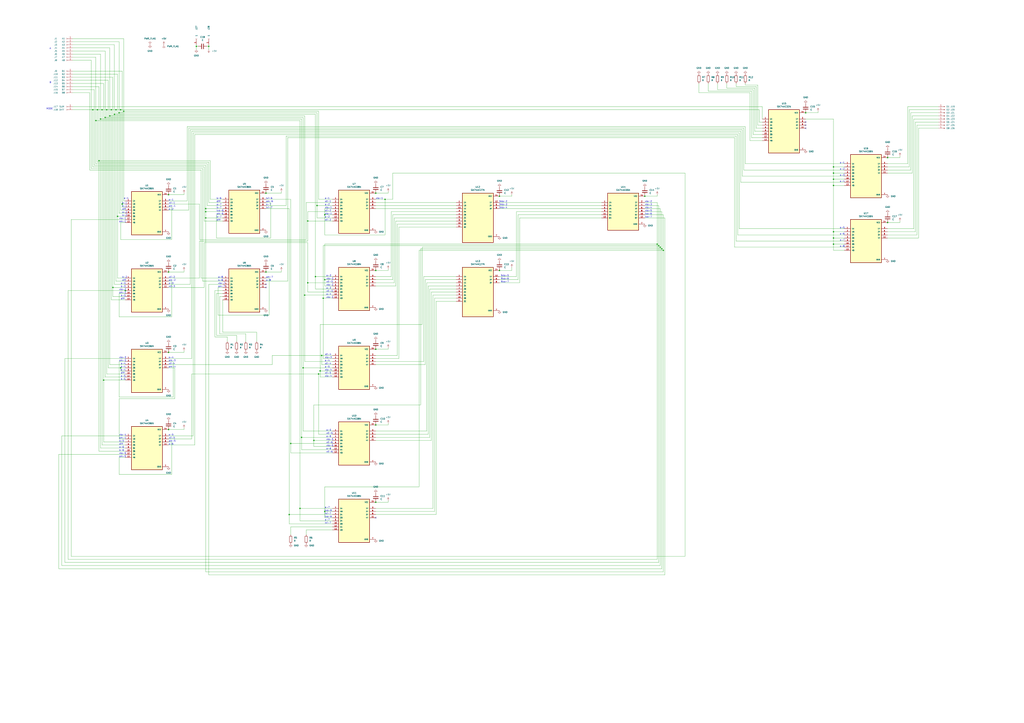
<source format=kicad_sch>
(kicad_sch (version 20211123) (generator eeschema)
  (paper "A1")
  (junction (at 257.81 361.95))
  (junction (at 99.06 302.26))
  (junction (at 544.83 205.74))
  (junction (at 93.98 93.98))
  (junction (at 250.19 242.57))
  (junction (at 266.7 420.37))
  (junction (at 95.25 90.17))
  (junction (at 262.89 304.8))
  (junction (at 91.44 90.17))
  (junction (at 308.61 287.02))
  (junction (at 728.98 182.88))
  (junction (at 684.53 190.5))
  (junction (at 266.7 176.53))
  (junction (at 138.43 353.06))
  (junction (at 76.2 90.17))
  (junction (at 542.29 203.2))
  (junction (at 161.29 38.1))
  (junction (at 168.91 173.99))
  (junction (at 80.01 90.17))
  (junction (at 265.43 245.11))
  (junction (at 81.28 132.08))
  (junction (at 684.53 195.58))
  (junction (at 541.02 201.93))
  (junction (at 308.61 349.25))
  (junction (at 684.53 147.32))
  (junction (at 252.73 232.41))
  (junction (at 86.36 96.52))
  (junction (at 78.74 99.06))
  (junction (at 90.17 95.25))
  (junction (at 266.7 229.87))
  (junction (at 138.43 289.56))
  (junction (at 138.43 223.52))
  (junction (at 728.98 129.54))
  (junction (at 684.53 152.4))
  (junction (at 529.59 161.29))
  (junction (at 539.75 200.66))
  (junction (at 264.16 292.1))
  (junction (at 684.53 137.16))
  (junction (at 138.43 160.02))
  (junction (at 259.08 227.33))
  (junction (at 410.21 222.25))
  (junction (at 308.61 412.75))
  (junction (at 85.09 312.42))
  (junction (at 168.91 171.45))
  (junction (at 96.52 177.8))
  (junction (at 308.61 158.75))
  (junction (at 543.56 204.47))
  (junction (at 410.21 161.29))
  (junction (at 168.91 179.07))
  (junction (at 101.6 91.44))
  (junction (at 246.38 417.83))
  (junction (at 218.44 223.52))
  (junction (at 100.33 167.64))
  (junction (at 684.53 200.66))
  (junction (at 261.62 307.34))
  (junction (at 82.55 97.79))
  (junction (at 237.49 422.91))
  (junction (at 218.44 158.75))
  (junction (at 247.65 359.41))
  (junction (at 316.23 163.83))
  (junction (at 252.73 181.61))
  (junction (at 308.61 222.25))
  (junction (at 684.53 142.24))
  (junction (at 83.82 90.17))
  (junction (at 92.71 236.22))
  (junction (at 97.79 92.71))
  (junction (at 661.67 92.71))
  (junction (at 102.87 238.76))
  (junction (at 248.92 302.26))
  (junction (at 238.76 364.49))
  (junction (at 87.63 90.17))
  (junction (at 171.45 38.1))
  (junction (at 260.35 168.91))
  (junction (at 99.06 90.17))
  (no_connect (at 661.67 102.87))
  (no_connect (at 661.67 100.33))
  (no_connect (at 661.67 105.41))
  (no_connect (at 218.44 236.22))
  (no_connect (at 308.61 425.45))
  (no_connect (at 218.44 233.68))
  (wire (pts (xy 80.01 133.35) (xy 80.01 90.17)))
  (wire (pts (xy 77.47 135.89) (xy 77.47 73.66)))
  (wire (pts (xy 86.36 309.88) (xy 86.36 96.52)))
  (wire (pts (xy 87.63 90.17) (xy 91.44 90.17)))
  (wire (pts (xy 542.29 464.82) (xy 542.29 203.2)))
  (wire (pts (xy 95.25 90.17) (xy 99.06 90.17)))
  (wire (pts (xy 85.09 68.58) (xy 59.69 68.58)))
  (wire (pts (xy 346.71 266.7) (xy 262.89 266.7)))
  (wire (pts (xy 544.83 176.53) (xy 544.83 205.74)))
  (wire (pts (xy 316.23 163.83) (xy 316.23 193.04)))
  (wire (pts (xy 161.29 38.1) (xy 161.29 40.64)))
  (wire (pts (xy 251.46 196.85) (xy 251.46 166.37)))
  (wire (pts (xy 273.05 356.87) (xy 261.62 356.87)))
  (wire (pts (xy 746.76 90.17) (xy 770.89 90.17)))
  (wire (pts (xy 626.11 102.87) (xy 622.3 102.87)))
  (wire (pts (xy 426.72 232.41) (xy 426.72 179.07)))
  (wire (pts (xy 99.06 182.88) (xy 102.87 182.88)))
  (wire (pts (xy 165.1 228.6) (xy 165.1 139.7)))
  (wire (pts (xy 234.95 111.76) (xy 604.52 111.76)))
  (wire (pts (xy 321.31 173.99) (xy 374.65 173.99)))
  (wire (pts (xy 74.93 49.53) (xy 59.69 49.53)))
  (wire (pts (xy 318.77 411.48) (xy 318.77 412.75)))
  (wire (pts (xy 612.14 134.62) (xy 693.42 134.62)))
  (wire (pts (xy 608.33 149.86) (xy 693.42 149.86)))
  (wire (pts (xy 749.3 95.25) (xy 770.89 95.25)))
  (wire (pts (xy 753.11 193.04) (xy 753.11 102.87)))
  (wire (pts (xy 180.34 274.32) (xy 201.93 274.32)))
  (wire (pts (xy 728.98 142.24) (xy 749.3 142.24)))
  (wire (pts (xy 82.55 368.3) (xy 82.55 97.79)))
  (wire (pts (xy 223.52 299.72) (xy 138.43 299.72)))
  (wire (pts (xy 326.39 184.15) (xy 374.65 184.15)))
  (wire (pts (xy 140.97 260.35) (xy 97.79 260.35)))
  (wire (pts (xy 102.87 243.84) (xy 92.71 243.84)))
  (wire (pts (xy 78.74 99.06) (xy 78.74 46.99)))
  (wire (pts (xy 102.87 363.22) (xy 85.09 363.22)))
  (wire (pts (xy 102.87 365.76) (xy 83.82 365.76)))
  (wire (pts (xy 55.88 238.76) (xy 55.88 459.74)))
  (wire (pts (xy 257.81 332.74) (xy 257.81 361.95)))
  (wire (pts (xy 605.79 193.04) (xy 693.42 193.04)))
  (wire (pts (xy 97.79 360.68) (xy 102.87 360.68)))
  (wire (pts (xy 541.02 168.91) (xy 541.02 201.93)))
  (wire (pts (xy 247.65 97.79) (xy 82.55 97.79)))
  (wire (pts (xy 58.42 457.2) (xy 562.61 457.2)))
  (wire (pts (xy 529.59 173.99) (xy 543.56 173.99)))
  (wire (pts (xy 171.45 36.83) (xy 171.45 38.1)))
  (wire (pts (xy 543.56 173.99) (xy 543.56 204.47)))
  (wire (pts (xy 138.43 363.22) (xy 140.97 363.22)))
  (wire (pts (xy 157.48 107.95) (xy 608.33 107.95)))
  (wire (pts (xy 308.61 354.33) (xy 350.52 354.33)))
  (wire (pts (xy 163.83 167.64) (xy 163.83 196.85)))
  (wire (pts (xy 248.92 354.33) (xy 248.92 302.26)))
  (wire (pts (xy 172.72 163.83) (xy 172.72 132.08)))
  (wire (pts (xy 420.37 219.71) (xy 420.37 222.25)))
  (wire (pts (xy 541.02 201.93) (xy 265.43 201.93)))
  (wire (pts (xy 138.43 360.68) (xy 157.48 360.68)))
  (wire (pts (xy 539.75 161.29) (xy 529.59 161.29)))
  (wire (pts (xy 562.61 142.24) (xy 322.58 142.24)))
  (wire (pts (xy 91.44 90.17) (xy 95.25 90.17)))
  (wire (pts (xy 684.53 147.32) (xy 693.42 147.32)))
  (wire (pts (xy 81.28 370.84) (xy 81.28 132.08)))
  (wire (pts (xy 621.03 71.12) (xy 604.52 71.12)))
  (wire (pts (xy 609.6 144.78) (xy 693.42 144.78)))
  (wire (pts (xy 259.08 227.33) (xy 259.08 93.98)))
  (wire (pts (xy 273.05 425.45) (xy 266.7 425.45)))
  (wire (pts (xy 97.79 175.26) (xy 97.79 92.71)))
  (wire (pts (xy 273.05 354.33) (xy 248.92 354.33)))
  (wire (pts (xy 151.13 288.29) (xy 151.13 289.56)))
  (wire (pts (xy 172.72 132.08) (xy 81.28 132.08)))
  (wire (pts (xy 543.56 467.36) (xy 543.56 204.47)))
  (wire (pts (xy 163.83 196.85) (xy 251.46 196.85)))
  (wire (pts (xy 544.83 205.74) (xy 344.17 205.74)))
  (wire (pts (xy 542.29 171.45) (xy 542.29 203.2)))
  (wire (pts (xy 138.43 165.1) (xy 153.67 165.1)))
  (wire (pts (xy 273.05 433.07) (xy 238.76 433.07)))
  (wire (pts (xy 138.43 172.72) (xy 154.94 172.72)))
  (wire (pts (xy 610.87 105.41) (xy 610.87 139.7)))
  (wire (pts (xy 539.75 459.74) (xy 539.75 200.66)))
  (wire (pts (xy 308.61 292.1) (xy 326.39 292.1)))
  (wire (pts (xy 102.87 309.88) (xy 86.36 309.88)))
  (wire (pts (xy 259.08 237.49) (xy 259.08 227.33)))
  (wire (pts (xy 102.87 299.72) (xy 90.17 299.72)))
  (wire (pts (xy 608.33 107.95) (xy 608.33 149.86)))
  (wire (pts (xy 260.35 92.71) (xy 97.79 92.71)))
  (wire (pts (xy 308.61 297.18) (xy 347.98 297.18)))
  (wire (pts (xy 102.87 238.76) (xy 55.88 238.76)))
  (wire (pts (xy 252.73 173.99) (xy 273.05 173.99)))
  (wire (pts (xy 318.77 222.25) (xy 308.61 222.25)))
  (wire (pts (xy 542.29 203.2) (xy 346.71 203.2)))
  (wire (pts (xy 220.98 259.08) (xy 179.07 259.08)))
  (wire (pts (xy 252.73 240.03) (xy 252.73 232.41)))
  (wire (pts (xy 615.95 115.57) (xy 615.95 76.2)))
  (wire (pts (xy 684.53 142.24) (xy 693.42 142.24)))
  (wire (pts (xy 684.53 190.5) (xy 684.53 195.58)))
  (wire (pts (xy 157.48 307.34) (xy 261.62 307.34)))
  (wire (pts (xy 166.37 138.43) (xy 166.37 231.14)))
  (wire (pts (xy 251.46 166.37) (xy 273.05 166.37)))
  (wire (pts (xy 102.87 175.26) (xy 97.79 175.26)))
  (wire (pts (xy 426.72 179.07) (xy 494.03 179.07)))
  (wire (pts (xy 138.43 302.26) (xy 143.51 302.26)))
  (wire (pts (xy 273.05 237.49) (xy 259.08 237.49)))
  (wire (pts (xy 101.6 31.75) (xy 59.69 31.75)))
  (wire (pts (xy 138.43 231.14) (xy 140.97 231.14)))
  (wire (pts (xy 250.19 297.18) (xy 250.19 242.57)))
  (wire (pts (xy 138.43 236.22) (xy 167.64 236.22)))
  (wire (pts (xy 739.14 182.88) (xy 728.98 182.88)))
  (wire (pts (xy 410.21 227.33) (xy 424.18 227.33)))
  (wire (pts (xy 619.76 107.95) (xy 619.76 72.39)))
  (wire (pts (xy 97.79 375.92) (xy 102.87 375.92)))
  (wire (pts (xy 82.55 44.45) (xy 59.69 44.45)))
  (wire (pts (xy 59.69 87.63) (xy 626.11 87.63)))
  (wire (pts (xy 693.42 195.58) (xy 684.53 195.58)))
  (wire (pts (xy 138.43 228.6) (xy 163.83 228.6)))
  (wire (pts (xy 410.21 232.41) (xy 426.72 232.41)))
  (wire (pts (xy 308.61 171.45) (xy 374.65 171.45)))
  (wire (pts (xy 182.88 241.3) (xy 177.8 241.3)))
  (wire (pts (xy 308.61 356.87) (xy 351.79 356.87)))
  (wire (pts (xy 168.91 173.99) (xy 168.91 179.07)))
  (wire (pts (xy 182.88 273.05) (xy 210.82 273.05)))
  (wire (pts (xy 322.58 176.53) (xy 374.65 176.53)))
  (wire (pts (xy 222.25 195.58) (xy 177.8 195.58)))
  (wire (pts (xy 170.18 134.62) (xy 78.74 134.62)))
  (wire (pts (xy 622.3 102.87) (xy 622.3 69.85)))
  (wire (pts (xy 728.98 139.7) (xy 748.03 139.7)))
  (wire (pts (xy 138.43 365.76) (xy 160.02 365.76)))
  (wire (pts (xy 102.87 228.6) (xy 96.52 228.6)))
  (wire (pts (xy 92.71 63.5) (xy 59.69 63.5)))
  (wire (pts (xy 166.37 231.14) (xy 182.88 231.14)))
  (wire (pts (xy 59.69 90.17) (xy 76.2 90.17)))
  (wire (pts (xy 182.88 181.61) (xy 167.64 181.61)))
  (wire (pts (xy 603.25 203.2) (xy 693.42 203.2)))
  (wire (pts (xy 618.49 73.66) (xy 589.28 73.66)))
  (wire (pts (xy 261.62 163.83) (xy 261.62 91.44)))
  (wire (pts (xy 610.87 139.7) (xy 693.42 139.7)))
  (wire (pts (xy 182.88 171.45) (xy 168.91 171.45)))
  (wire (pts (xy 539.75 160.02) (xy 539.75 161.29)))
  (wire (pts (xy 344.17 400.05) (xy 266.7 400.05)))
  (wire (pts (xy 177.8 241.3) (xy 177.8 275.59)))
  (wire (pts (xy 93.98 93.98) (xy 93.98 36.83)))
  (wire (pts (xy 410.21 166.37) (xy 494.03 166.37)))
  (wire (pts (xy 541.02 462.28) (xy 541.02 201.93)))
  (wire (pts (xy 82.55 97.79) (xy 82.55 44.45)))
  (wire (pts (xy 222.25 166.37) (xy 222.25 195.58)))
  (wire (pts (xy 262.89 309.88) (xy 262.89 304.8)))
  (wire (pts (xy 308.61 163.83) (xy 316.23 163.83)))
  (wire (pts (xy 167.64 181.61) (xy 167.64 137.16)))
  (wire (pts (xy 589.28 73.66) (xy 589.28 68.58)))
  (wire (pts (xy 247.65 359.41) (xy 247.65 97.79)))
  (wire (pts (xy 581.66 74.93) (xy 581.66 68.58)))
  (wire (pts (xy 671.83 91.44) (xy 671.83 92.71)))
  (wire (pts (xy 273.05 179.07) (xy 260.35 179.07)))
  (wire (pts (xy 167.64 137.16) (xy 76.2 137.16)))
  (wire (pts (xy 250.19 242.57) (xy 250.19 95.25)))
  (wire (pts (xy 99.06 304.8) (xy 99.06 302.26)))
  (wire (pts (xy 273.05 359.41) (xy 247.65 359.41)))
  (wire (pts (xy 85.09 363.22) (xy 85.09 312.42)))
  (wire (pts (xy 745.49 134.62) (xy 745.49 87.63)))
  (wire (pts (xy 308.61 294.64) (xy 327.66 294.64)))
  (wire (pts (xy 236.22 113.03) (xy 603.25 113.03)))
  (wire (pts (xy 604.52 111.76) (xy 604.52 198.12)))
  (wire (pts (xy 58.42 180.34) (xy 102.87 180.34)))
  (wire (pts (xy 684.53 142.24) (xy 684.53 147.32)))
  (wire (pts (xy 626.11 113.03) (xy 617.22 113.03)))
  (wire (pts (xy 684.53 137.16) (xy 684.53 142.24)))
  (wire (pts (xy 410.21 229.87) (xy 425.45 229.87)))
  (wire (pts (xy 273.05 242.57) (xy 250.19 242.57)))
  (wire (pts (xy 751.84 100.33) (xy 770.89 100.33)))
  (wire (pts (xy 273.05 299.72) (xy 264.16 299.72)))
  (wire (pts (xy 246.38 427.99) (xy 246.38 417.83)))
  (wire (pts (xy 154.94 172.72) (xy 154.94 105.41)))
  (wire (pts (xy 754.38 105.41) (xy 770.89 105.41)))
  (wire (pts (xy 210.82 273.05) (xy 210.82 280.67)))
  (wire (pts (xy 273.05 364.49) (xy 238.76 364.49)))
  (wire (pts (xy 97.79 34.29) (xy 59.69 34.29)))
  (wire (pts (xy 157.48 294.64) (xy 157.48 107.95)))
  (wire (pts (xy 48.26 467.36) (xy 543.56 467.36)))
  (wire (pts (xy 102.87 302.26) (xy 99.06 302.26)))
  (wire (pts (xy 273.05 302.26) (xy 248.92 302.26)))
  (wire (pts (xy 745.49 87.63) (xy 770.89 87.63)))
  (wire (pts (xy 425.45 176.53) (xy 494.03 176.53)))
  (wire (pts (xy 92.71 236.22) (xy 92.71 63.5)))
  (wire (pts (xy 59.69 71.12) (xy 81.28 71.12)))
  (wire (pts (xy 182.88 246.38) (xy 182.88 273.05)))
  (wire (pts (xy 182.88 166.37) (xy 171.45 166.37)))
  (wire (pts (xy 308.61 234.95) (xy 325.12 234.95)))
  (wire (pts (xy 165.1 228.6) (xy 182.88 228.6)))
  (wire (pts (xy 684.53 190.5) (xy 693.42 190.5)))
  (wire (pts (xy 265.43 294.64) (xy 265.43 245.11)))
  (wire (pts (xy 182.88 179.07) (xy 168.91 179.07)))
  (wire (pts (xy 168.91 171.45) (xy 168.91 173.99)))
  (wire (pts (xy 739.14 129.54) (xy 728.98 129.54)))
  (wire (pts (xy 318.77 287.02) (xy 308.61 287.02)))
  (wire (pts (xy 101.6 165.1) (xy 101.6 91.44)))
  (wire (pts (xy 102.87 177.8) (xy 96.52 177.8)))
  (wire (pts (xy 617.22 74.93) (xy 581.66 74.93)))
  (wire (pts (xy 166.37 138.43) (xy 74.93 138.43)))
  (wire (pts (xy 748.03 92.71) (xy 770.89 92.71)))
  (wire (pts (xy 151.13 222.25) (xy 151.13 223.52)))
  (wire (pts (xy 231.14 222.25) (xy 231.14 223.52)))
  (wire (pts (xy 323.85 179.07) (xy 374.65 179.07)))
  (wire (pts (xy 266.7 425.45) (xy 266.7 420.37)))
  (wire (pts (xy 612.14 104.14) (xy 612.14 134.62)))
  (wire (pts (xy 248.92 96.52) (xy 86.36 96.52)))
  (wire (pts (xy 140.97 196.85) (xy 99.06 196.85)))
  (wire (pts (xy 161.29 36.83) (xy 161.29 38.1)))
  (wire (pts (xy 273.05 294.64) (xy 265.43 294.64)))
  (wire (pts (xy 99.06 302.26) (xy 88.9 302.26)))
  (wire (pts (xy 264.16 299.72) (xy 264.16 292.1)))
  (wire (pts (xy 356.87 245.11) (xy 374.65 245.11)))
  (wire (pts (xy 218.44 231.14) (xy 236.22 231.14)))
  (wire (pts (xy 420.37 161.29) (xy 410.21 161.29)))
  (wire (pts (xy 546.1 472.44) (xy 546.1 179.07)))
  (wire (pts (xy 266.7 200.66) (xy 539.75 200.66)))
  (wire (pts (xy 74.93 138.43) (xy 74.93 49.53)))
  (wire (pts (xy 273.05 369.57) (xy 247.65 369.57)))
  (wire (pts (xy 308.61 359.41) (xy 353.06 359.41)))
  (wire (pts (xy 358.14 422.91) (xy 358.14 247.65)))
  (wire (pts (xy 622.3 69.85) (xy 612.14 69.85)))
  (wire (pts (xy 326.39 292.1) (xy 326.39 184.15)))
  (wire (pts (xy 410.21 171.45) (xy 494.03 171.45)))
  (wire (pts (xy 90.17 39.37) (xy 59.69 39.37)))
  (wire (pts (xy 102.87 312.42) (xy 85.09 312.42)))
  (wire (pts (xy 349.25 299.72) (xy 349.25 229.87)))
  (wire (pts (xy 349.25 229.87) (xy 374.65 229.87)))
  (wire (pts (xy 728.98 193.04) (xy 753.11 193.04)))
  (wire (pts (xy 607.06 187.96) (xy 693.42 187.96)))
  (wire (pts (xy 87.63 307.34) (xy 87.63 90.17)))
  (wire (pts (xy 273.05 227.33) (xy 259.08 227.33)))
  (wire (pts (xy 260.35 179.07) (xy 260.35 168.91)))
  (wire (pts (xy 186.69 276.86) (xy 186.69 280.67)))
  (wire (pts (xy 750.57 97.79) (xy 770.89 97.79)))
  (wire (pts (xy 83.82 90.17) (xy 83.82 365.76)))
  (wire (pts (xy 247.65 369.57) (xy 247.65 359.41)))
  (wire (pts (xy 165.1 139.7) (xy 73.66 139.7)))
  (wire (pts (xy 684.53 152.4) (xy 693.42 152.4)))
  (wire (pts (xy 142.24 297.18) (xy 142.24 326.39)))
  (wire (pts (xy 356.87 420.37) (xy 356.87 245.11)))
  (wire (pts (xy 93.98 233.68) (xy 93.98 93.98)))
  (wire (pts (xy 266.7 176.53) (xy 273.05 176.53)))
  (wire (pts (xy 73.66 76.2) (xy 59.69 76.2)))
  (wire (pts (xy 100.33 170.18) (xy 100.33 167.64)))
  (wire (pts (xy 167.64 236.22) (xy 167.64 199.39)))
  (wire (pts (xy 617.22 113.03) (xy 617.22 74.93)))
  (wire (pts (xy 53.34 294.64) (xy 53.34 462.28)))
  (wire (pts (xy 252.73 181.61) (xy 252.73 173.99)))
  (wire (pts (xy 351.79 356.87) (xy 351.79 234.95)))
  (wire (pts (xy 76.2 90.17) (xy 80.01 90.17)))
  (wire (pts (xy 308.61 420.37) (xy 356.87 420.37)))
  (wire (pts (xy 160.02 365.76) (xy 160.02 110.49)))
  (wire (pts (xy 151.13 158.75) (xy 151.13 160.02)))
  (wire (pts (xy 182.88 168.91) (xy 170.18 168.91)))
  (wire (pts (xy 355.6 242.57) (xy 374.65 242.57)))
  (wire (pts (xy 55.88 459.74) (xy 539.75 459.74)))
  (wire (pts (xy 273.05 229.87) (xy 266.7 229.87)))
  (wire (pts (xy 237.49 430.53) (xy 237.49 422.91)))
  (wire (pts (xy 99.06 90.17) (xy 623.57 90.17)))
  (wire (pts (xy 603.25 113.03) (xy 603.25 203.2)))
  (wire (pts (xy 194.31 275.59) (xy 194.31 280.67)))
  (wire (pts (xy 59.69 41.91) (xy 86.36 41.91)))
  (wire (pts (xy 218.44 228.6) (xy 220.98 228.6)))
  (wire (pts (xy 308.61 166.37) (xy 374.65 166.37)))
  (wire (pts (xy 170.18 38.1) (xy 171.45 38.1)))
  (wire (pts (xy 318.77 220.98) (xy 318.77 222.25)))
  (wire (pts (xy 182.88 243.84) (xy 180.34 243.84)))
  (wire (pts (xy 684.53 200.66) (xy 684.53 205.74)))
  (wire (pts (xy 171.45 133.35) (xy 80.01 133.35)))
  (wire (pts (xy 529.59 168.91) (xy 541.02 168.91)))
  (wire (pts (xy 138.43 167.64) (xy 163.83 167.64)))
  (wire (pts (xy 619.76 72.39) (xy 596.9 72.39)))
  (wire (pts (xy 156.21 233.68) (xy 156.21 106.68)))
  (wire (pts (xy 140.97 231.14) (xy 140.97 260.35)))
  (wire (pts (xy 750.57 187.96) (xy 750.57 97.79)))
  (wire (pts (xy 539.75 166.37) (xy 529.59 166.37)))
  (wire (pts (xy 154.94 105.41) (xy 610.87 105.41)))
  (wire (pts (xy 318.77 347.98) (xy 318.77 349.25)))
  (wire (pts (xy 273.05 422.91) (xy 237.49 422.91)))
  (wire (pts (xy 273.05 234.95) (xy 266.7 234.95)))
  (wire (pts (xy 266.7 193.04) (xy 266.7 176.53)))
  (wire (pts (xy 261.62 356.87) (xy 261.62 307.34)))
  (wire (pts (xy 273.05 163.83) (xy 261.62 163.83)))
  (wire (pts (xy 261.62 91.44) (xy 101.6 91.44)))
  (wire (pts (xy 347.98 297.18) (xy 347.98 227.33)))
  (wire (pts (xy 609.6 106.68) (xy 609.6 144.78)))
  (wire (pts (xy 73.66 139.7) (xy 73.66 76.2)))
  (wire (pts (xy 102.87 368.3) (xy 82.55 368.3)))
  (wire (pts (xy 626.11 110.49) (xy 618.49 110.49)))
  (wire (pts (xy 162.56 38.1) (xy 161.29 38.1)))
  (wire (pts (xy 231.14 157.48) (xy 231.14 158.75)))
  (wire (pts (xy 684.53 205.74) (xy 693.42 205.74)))
  (wire (pts (xy 318.77 412.75) (xy 308.61 412.75)))
  (wire (pts (xy 177.8 195.58) (xy 177.8 176.53)))
  (wire (pts (xy 237.49 171.45) (xy 218.44 171.45)))
  (wire (pts (xy 739.14 128.27) (xy 739.14 129.54)))
  (wire (pts (xy 177.8 176.53) (xy 182.88 176.53)))
  (wire (pts (xy 420.37 160.02) (xy 420.37 161.29)))
  (wire (pts (xy 529.59 171.45) (xy 542.29 171.45)))
  (wire (pts (xy 273.05 292.1) (xy 264.16 292.1)))
  (wire (pts (xy 238.76 433.07) (xy 238.76 439.42)))
  (wire (pts (xy 322.58 163.83) (xy 316.23 163.83)))
  (wire (pts (xy 179.07 259.08) (xy 179.07 236.22)))
  (wire (pts (xy 138.43 223.52) (xy 151.13 223.52)))
  (wire (pts (xy 234.95 168.91) (xy 234.95 111.76)))
  (wire (pts (xy 265.43 201.93) (xy 265.43 245.11)))
  (wire (pts (xy 238.76 364.49) (xy 238.76 163.83)))
  (wire (pts (xy 273.05 309.88) (xy 262.89 309.88)))
  (wire (pts (xy 96.52 177.8) (xy 96.52 60.96)))
  (wire (pts (xy 95.25 90.17) (xy 95.25 231.14)))
  (wire (pts (xy 607.06 109.22) (xy 607.06 187.96)))
  (wire (pts (xy 93.98 36.83) (xy 59.69 36.83)))
  (wire (pts (xy 273.05 430.53) (xy 237.49 430.53)))
  (wire (pts (xy 266.7 400.05) (xy 266.7 420.37)))
  (wire (pts (xy 684.53 152.4) (xy 684.53 190.5)))
  (wire (pts (xy 171.45 472.44) (xy 546.1 472.44)))
  (wire (pts (xy 163.83 228.6) (xy 163.83 198.12)))
  (wire (pts (xy 48.26 373.38) (xy 48.26 467.36)))
  (wire (pts (xy 160.02 110.49) (xy 605.79 110.49)))
  (wire (pts (xy 246.38 99.06) (xy 78.74 99.06)))
  (wire (pts (xy 238.76 372.11) (xy 238.76 364.49)))
  (wire (pts (xy 99.06 90.17) (xy 99.06 172.72)))
  (wire (pts (xy 748.03 139.7) (xy 748.03 92.71)))
  (wire (pts (xy 102.87 304.8) (xy 99.06 304.8)))
  (wire (pts (xy 596.9 72.39) (xy 596.9 68.58)))
  (wire (pts (xy 327.66 294.64) (xy 327.66 186.69)))
  (wire (pts (xy 100.33 58.42) (xy 59.69 58.42)))
  (wire (pts (xy 158.75 358.14) (xy 158.75 109.22)))
  (wire (pts (xy 81.28 132.08) (xy 81.28 71.12)))
  (wire (pts (xy 140.97 363.22) (xy 140.97 389.89)))
  (wire (pts (xy 140.97 170.18) (xy 140.97 196.85)))
  (wire (pts (xy 626.11 105.41) (xy 621.03 105.41)))
  (wire (pts (xy 102.87 167.64) (xy 100.33 167.64)))
  (wire (pts (xy 739.14 181.61) (xy 739.14 182.88)))
  (wire (pts (xy 250.19 95.25) (xy 90.17 95.25)))
  (wire (pts (xy 728.98 134.62) (xy 745.49 134.62)))
  (wire (pts (xy 252.73 198.12) (xy 252.73 181.61)))
  (wire (pts (xy 50.8 464.82) (xy 542.29 464.82)))
  (wire (pts (xy 273.05 297.18) (xy 250.19 297.18)))
  (wire (pts (xy 325.12 234.95) (xy 325.12 181.61)))
  (wire (pts (xy 218.44 158.75) (xy 231.14 158.75)))
  (wire (pts (xy 316.23 193.04) (xy 266.7 193.04)))
  (wire (pts (xy 252.73 199.39) (xy 252.73 232.41)))
  (wire (pts (xy 238.76 163.83) (xy 218.44 163.83)))
  (wire (pts (xy 168.91 171.45) (xy 168.91 135.89)))
  (wire (pts (xy 138.43 358.14) (xy 158.75 358.14)))
  (wire (pts (xy 353.06 359.41) (xy 353.06 237.49)))
  (wire (pts (xy 345.44 332.74) (xy 257.81 332.74)))
  (wire (pts (xy 751.84 190.5) (xy 751.84 100.33)))
  (wire (pts (xy 257.81 361.95) (xy 273.05 361.95)))
  (wire (pts (xy 182.88 163.83) (xy 172.72 163.83)))
  (wire (pts (xy 318.77 157.48) (xy 318.77 158.75)))
  (wire (pts (xy 684.53 200.66) (xy 693.42 200.66)))
  (wire (pts (xy 53.34 294.64) (xy 102.87 294.64)))
  (wire (pts (xy 754.38 195.58) (xy 754.38 105.41)))
  (wire (pts (xy 273.05 168.91) (xy 260.35 168.91)))
  (wire (pts (xy 76.2 137.16) (xy 76.2 90.17)))
  (wire (pts (xy 273.05 367.03) (xy 257.81 367.03)))
  (wire (pts (xy 308.61 422.91) (xy 358.14 422.91)))
  (wire (pts (xy 220.98 228.6) (xy 220.98 259.08)))
  (wire (pts (xy 156.21 106.68) (xy 609.6 106.68)))
  (wire (pts (xy 86.36 96.52) (xy 86.36 41.91)))
  (wire (pts (xy 266.7 420.37) (xy 273.05 420.37)))
  (wire (pts (xy 50.8 358.14) (xy 50.8 464.82)))
  (wire (pts (xy 97.79 389.89) (xy 97.79 375.92)))
  (wire (pts (xy 266.7 229.87) (xy 266.7 200.66)))
  (wire (pts (xy 424.18 227.33) (xy 424.18 173.99)))
  (wire (pts (xy 424.18 173.99) (xy 494.03 173.99)))
  (wire (pts (xy 85.09 312.42) (xy 85.09 68.58)))
  (wire (pts (xy 308.61 299.72) (xy 349.25 299.72)))
  (wire (pts (xy 97.79 241.3) (xy 102.87 241.3)))
  (wire (pts (xy 262.89 304.8) (xy 273.05 304.8)))
  (wire (pts (xy 266.7 176.53) (xy 266.7 171.45)))
  (wire (pts (xy 182.88 238.76) (xy 176.53 238.76)))
  (wire (pts (xy 157.48 360.68) (xy 157.48 307.34)))
  (wire (pts (xy 350.52 232.41) (xy 374.65 232.41)))
  (wire (pts (xy 97.79 260.35) (xy 97.79 241.3)))
  (wire (pts (xy 543.56 204.47) (xy 345.44 204.47)))
  (wire (pts (xy 237.49 422.91) (xy 237.49 171.45)))
  (wire (pts (xy 684.53 195.58) (xy 684.53 200.66)))
  (wire (pts (xy 308.61 168.91) (xy 374.65 168.91)))
  (wire (pts (xy 318.77 158.75) (xy 308.61 158.75)))
  (wire (pts (xy 218.44 168.91) (xy 234.95 168.91)))
  (wire (pts (xy 661.67 97.79) (xy 684.53 97.79)))
  (wire (pts (xy 102.87 373.38) (xy 48.26 373.38)))
  (wire (pts (xy 102.87 165.1) (xy 101.6 165.1)))
  (wire (pts (xy 261.62 307.34) (xy 273.05 307.34)))
  (wire (pts (xy 355.6 417.83) (xy 355.6 242.57)))
  (wire (pts (xy 158.75 109.22) (xy 607.06 109.22)))
  (wire (pts (xy 544.83 469.9) (xy 544.83 205.74)))
  (wire (pts (xy 104.14 238.76) (xy 102.87 238.76)))
  (wire (pts (xy 604.52 71.12) (xy 604.52 68.58)))
  (wire (pts (xy 248.92 302.26) (xy 248.92 96.52)))
  (wire (pts (xy 749.3 142.24) (xy 749.3 95.25)))
  (wire (pts (xy 539.75 200.66) (xy 539.75 166.37)))
  (wire (pts (xy 626.11 87.63) (xy 626.11 97.79)))
  (wire (pts (xy 102.87 358.14) (xy 50.8 358.14)))
  (wire (pts (xy 265.43 245.11) (xy 273.05 245.11)))
  (wire (pts (xy 684.53 147.32) (xy 684.53 152.4)))
  (wire (pts (xy 308.61 229.87) (xy 322.58 229.87)))
  (wire (pts (xy 90.17 299.72) (xy 90.17 95.25)))
  (wire (pts (xy 273.05 417.83) (xy 246.38 417.83)))
  (wire (pts (xy 171.45 166.37) (xy 171.45 133.35)))
  (wire (pts (xy 273.05 435.61) (xy 251.46 435.61)))
  (wire (pts (xy 138.43 233.68) (xy 156.21 233.68)))
  (wire (pts (xy 218.44 223.52) (xy 231.14 223.52)))
  (wire (pts (xy 353.06 237.49) (xy 374.65 237.49)))
  (wire (pts (xy 308.61 227.33) (xy 321.31 227.33)))
  (wire (pts (xy 102.87 231.14) (xy 95.25 231.14)))
  (wire (pts (xy 420.37 222.25) (xy 410.21 222.25)))
  (wire (pts (xy 346.71 203.2) (xy 346.71 266.7)))
  (wire (pts (xy 273.05 240.03) (xy 252.73 240.03)))
  (wire (pts (xy 171.45 233.68) (xy 171.45 472.44)))
  (wire (pts (xy 153.67 165.1) (xy 153.67 104.14)))
  (wire (pts (xy 140.97 389.89) (xy 97.79 389.89)))
  (wire (pts (xy 246.38 417.83) (xy 246.38 99.06)))
  (wire (pts (xy 171.45 38.1) (xy 171.45 40.64)))
  (wire (pts (xy 102.87 172.72) (xy 99.06 172.72)))
  (wire (pts (xy 142.24 326.39) (xy 97.79 326.39)))
  (wire (pts (xy 574.04 76.2) (xy 574.04 68.58)))
  (wire (pts (xy 58.42 180.34) (xy 58.42 457.2)))
  (wire (pts (xy 83.82 90.17) (xy 87.63 90.17)))
  (wire (pts (xy 351.79 234.95) (xy 374.65 234.95)))
  (wire (pts (xy 218.44 166.37) (xy 222.25 166.37)))
  (wire (pts (xy 425.45 229.87) (xy 425.45 176.53)))
  (wire (pts (xy 753.11 102.87) (xy 770.89 102.87)))
  (wire (pts (xy 562.61 457.2) (xy 562.61 142.24)))
  (wire (pts (xy 308.61 361.95) (xy 354.33 361.95)))
  (wire (pts (xy 354.33 361.95) (xy 354.33 240.03)))
  (wire (pts (xy 138.43 297.18) (xy 142.24 297.18)))
  (wire (pts (xy 546.1 179.07) (xy 529.59 179.07)))
  (wire (pts (xy 223.52 292.1) (xy 223.52 299.72)))
  (wire (pts (xy 251.46 435.61) (xy 251.46 439.42)))
  (wire (pts (xy 322.58 142.24) (xy 322.58 163.83)))
  (wire (pts (xy 138.43 170.18) (xy 140.97 170.18)))
  (wire (pts (xy 623.57 100.33) (xy 626.11 100.33)))
  (wire (pts (xy 77.47 73.66) (xy 59.69 73.66)))
  (wire (pts (xy 138.43 294.64) (xy 157.48 294.64)))
  (wire (pts (xy 99.06 196.85) (xy 99.06 182.88)))
  (wire (pts (xy 143.51 302.26) (xy 143.51 327.66)))
  (wire (pts (xy 138.43 289.56) (xy 151.13 289.56)))
  (wire (pts (xy 273.05 372.11) (xy 238.76 372.11)))
  (wire (pts (xy 728.98 137.16) (xy 746.76 137.16)))
  (wire (pts (xy 88.9 66.04) (xy 59.69 66.04)))
  (wire (pts (xy 88.9 302.26) (xy 88.9 66.04)))
  (wire (pts (xy 177.8 275.59) (xy 194.31 275.59)))
  (wire (pts (xy 92.71 243.84) (xy 92.71 236.22)))
  (wire (pts (xy 78.74 46.99) (xy 59.69 46.99)))
  (wire (pts (xy 325.12 181.61) (xy 374.65 181.61)))
  (wire (pts (xy 168.91 135.89) (xy 77.47 135.89)))
  (wire (pts (xy 102.87 370.84) (xy 81.28 370.84)))
  (wire (pts (xy 529.59 176.53) (xy 544.83 176.53)))
  (wire (pts (xy 201.93 274.32) (xy 201.93 280.67)))
  (wire (pts (xy 684.53 97.79) (xy 684.53 137.16)))
  (wire (pts (xy 327.66 186.69) (xy 374.65 186.69)))
  (wire (pts (xy 308.61 417.83) (xy 355.6 417.83)))
  (wire (pts (xy 180.34 243.84) (xy 180.34 274.32)))
  (wire (pts (xy 318.77 349.25) (xy 308.61 349.25)))
  (wire (pts (xy 318.77 285.75) (xy 318.77 287.02)))
  (wire (pts (xy 321.31 227.33) (xy 321.31 173.99)))
  (wire (pts (xy 182.88 173.99) (xy 168.91 173.99)))
  (wire (pts (xy 97.79 327.66) (xy 97.79 360.68)))
  (wire (pts (xy 671.83 92.71) (xy 661.67 92.71)))
  (wire (pts (xy 612.14 69.85) (xy 612.14 68.58)))
  (wire (pts (xy 623.57 90.17) (xy 623.57 100.33)))
  (wire (pts (xy 102.87 236.22) (xy 92.71 236.22)))
  (wire (pts (xy 143.51 327.66) (xy 97.79 327.66)))
  (wire (pts (xy 358.14 247.65) (xy 374.65 247.65)))
  (wire (pts (xy 410.21 168.91) (xy 494.03 168.91)))
  (wire (pts (xy 684.53 137.16) (xy 693.42 137.16)))
  (wire (pts (xy 345.44 204.47) (xy 345.44 332.74)))
  (wire (pts (xy 626.11 115.57) (xy 615.95 115.57)))
  (wire (pts (xy 621.03 105.41) (xy 621.03 71.12)))
  (wire (pts (xy 605.79 110.49) (xy 605.79 193.04)))
  (wire (pts (xy 354.33 240.03) (xy 374.65 240.03)))
  (wire (pts (xy 264.16 292.1) (xy 223.52 292.1)))
  (wire (pts (xy 176.53 238.76) (xy 176.53 276.86)))
  (wire (pts (xy 102.87 246.38) (xy 91.44 246.38)))
  (wire (pts (xy 257.81 367.03) (xy 257.81 361.95)))
  (wire (pts (xy 728.98 195.58) (xy 754.38 195.58)))
  (wire (pts (xy 252.73 232.41) (xy 273.05 232.41)))
  (wire (pts (xy 266.7 234.95) (xy 266.7 229.87)))
  (wire (pts (xy 96.52 60.96) (xy 59.69 60.96)))
  (wire (pts (xy 102.87 233.68) (xy 93.98 233.68)))
  (wire (pts (xy 90.17 95.25) (xy 90.17 39.37)))
  (wire (pts (xy 170.18 168.91) (xy 170.18 134.62)))
  (wire (pts (xy 168.91 179.07) (xy 168.91 469.9)))
  (wire (pts (xy 615.95 76.2) (xy 574.04 76.2)))
  (wire (pts (xy 259.08 93.98) (xy 93.98 93.98)))
  (wire (pts (xy 179.07 236.22) (xy 182.88 236.22)))
  (wire (pts (xy 746.76 137.16) (xy 746.76 90.17)))
  (wire (pts (xy 262.89 266.7) (xy 262.89 304.8)))
  (wire (pts (xy 151.13 351.79) (xy 151.13 353.06)))
  (wire (pts (xy 618.49 110.49) (xy 618.49 73.66)))
  (wire (pts (xy 626.11 107.95) (xy 619.76 107.95)))
  (wire (pts (xy 100.33 167.64) (xy 100.33 58.42)))
  (wire (pts (xy 102.87 170.18) (xy 100.33 170.18)))
  (wire (pts (xy 167.64 199.39) (xy 252.73 199.39)))
  (wire (pts (xy 96.52 228.6) (xy 96.52 177.8)))
  (wire (pts (xy 182.88 233.68) (xy 171.45 233.68)))
  (wire (pts (xy 323.85 232.41) (xy 323.85 179.07)))
  (wire (pts (xy 97.79 92.71) (xy 97.79 34.29)))
  (wire (pts (xy 53.34 462.28) (xy 541.02 462.28)))
  (wire (pts (xy 322.58 229.87) (xy 322.58 176.53)))
  (wire (pts (xy 347.98 227.33) (xy 374.65 227.33)))
  (wire (pts (xy 260.35 168.91) (xy 260.35 92.71)))
  (wire (pts (xy 80.01 90.17) (xy 83.82 90.17)))
  (wire (pts (xy 78.74 134.62) (xy 78.74 99.06)))
  (wire (pts (xy 266.7 171.45) (xy 273.05 171.45)))
  (wire (pts (xy 153.67 104.14) (xy 612.14 104.14)))
  (wire (pts (xy 252.73 181.61) (xy 273.05 181.61)))
  (wire (pts (xy 101.6 91.44) (xy 101.6 31.75)))
  (wire (pts (xy 344.17 205.74) (xy 344.17 400.05)))
  (wire (pts (xy 273.05 427.99) (xy 246.38 427.99)))
  (wire (pts (xy 236.22 231.14) (xy 236.22 113.03)))
  (wire (pts (xy 91.44 246.38) (xy 91.44 90.17)))
  (wire (pts (xy 97.79 297.18) (xy 102.87 297.18)))
  (wire (pts (xy 168.91 469.9) (xy 544.83 469.9)))
  (wire (pts (xy 138.43 160.02) (xy 151.13 160.02)))
  (wire (pts (xy 176.53 276.86) (xy 186.69 276.86)))
  (wire (pts (xy 163.83 198.12) (xy 252.73 198.12)))
  (wire (pts (xy 102.87 307.34) (xy 87.63 307.34)))
  (wire (pts (xy 97.79 326.39) (xy 97.79 297.18)))
  (wire (pts (xy 138.43 353.06) (xy 151.13 353.06)))
  (wire (pts (xy 728.98 187.96) (xy 750.57 187.96)))
  (wire (pts (xy 308.61 232.41) (xy 323.85 232.41)))
  (wire (pts (xy 728.98 190.5) (xy 751.84 190.5)))
  (wire (pts (xy 350.52 354.33) (xy 350.52 232.41)))
  (wire (pts (xy 604.52 198.12) (xy 693.42 198.12)))
  (text "a-5" (at 267.97 354.33 0) (effects (font (size 1.27 1.27)) (justify left bottom)))
  (text "xto-3" (at 266.7 294.64 0) (effects (font (size 1.27 1.27)) (justify left bottom)))
  (text "MODE" (at 38.1 90.17 0) (effects (font (size 1.27 1.27)) (justify left bottom)))
  (text "xto-3" (at 529.59 168.91 0) (effects (font (size 1.27 1.27)) (justify left bottom)))
  (text "b-4" (at 99.06 302.26 0) (effects (font (size 1.27 1.27)) (justify left bottom)))
  (text "txi-7" (at 218.44 171.45 0) (effects (font (size 1.27 1.27)) (justify left bottom)))
  (text "a-3" (at 267.97 237.49 0) (effects (font (size 1.27 1.27)) (justify left bottom)))
  (text "b-2" (at 100.33 177.8 0) (effects (font (size 1.27 1.27)) (justify left bottom)))
  (text "a-3" (at 267.97 227.33 0) (effects (font (size 1.27 1.27)) (justify left bottom)))
  (text "b-3" (at 99.06 243.84 0) (effects (font (size 1.27 1.27)) (justify left bottom)))
  (text "om-2" (at 97.79 241.3 0) (effects (font (size 1.27 1.27)) (justify left bottom)))
  (text "om-7" (at 218.44 228.6 0) (effects (font (size 1.27 1.27)) (justify left bottom)))
  (text "a-6" (at 267.97 369.57 0) (effects (font (size 1.27 1.27)) (justify left bottom)))
  (text "o-1" (at 689.61 134.62 0) (effects (font (size 1.27 1.27)) (justify left bottom)))
  (text "xto-1" (at 266.7 176.53 0) (effects (font (size 1.27 1.27)) (justify left bottom)))
  (text "b-6" (at 177.8 163.83 0) (effects (font (size 1.27 1.27)) (justify left bottom)))
  (text "xti-5" (at 266.7 307.34 0) (effects (font (size 1.27 1.27)) (justify left bottom)))
  (text "om-6" (at 218.44 166.37 0) (effects (font (size 1.27 1.27)) (justify left bottom)))
  (text "diff" (at 97.79 365.76 0) (effects (font (size 1.27 1.27)) (justify left bottom)))
  (text "xti-2" (at 266.7 173.99 0) (effects (font (size 1.27 1.27)) (justify left bottom)))
  (text "diff" (at 177.8 181.61 0) (effects (font (size 1.27 1.27)) (justify left bottom)))
  (text "!xto-5" (at 411.48 227.33 0) (effects (font (size 1.27 1.27)) (justify left bottom)))
  (text "diff" (at 99.06 307.34 0) (effects (font (size 1.27 1.27)) (justify left bottom)))
  (text "om-2" (at 138.43 231.14 0) (effects (font (size 1.27 1.27)) (justify left bottom)))
  (text "xti-4" (at 138.43 299.72 0) (effects (font (size 1.27 1.27)) (justify left bottom)))
  (text "o-5" (at 689.61 187.96 0) (effects (font (size 1.27 1.27)) (justify left bottom)))
  (text "b-4" (at 99.06 304.8 0) (effects (font (size 1.27 1.27)) (justify left bottom)))
  (text "B" (at 40.64 68.58 0) (effects (font (size 1.27 1.27)) (justify left bottom)))
  (text "txi-7" (at 266.7 430.53 0) (effects (font (size 1.27 1.27)) (justify left bottom)))
  (text "A" (at 40.64 40.64 0) (effects (font (size 1.27 1.27)) (justify left bottom)))
  (text "xti-5" (at 267.97 356.87 0) (effects (font (size 1.27 1.27)) (justify left bottom)))
  (text "b-5" (at 97.79 363.22 0) (effects (font (size 1.27 1.27)) (justify left bottom)))
  (text "a-4" (at 99.06 299.72 0) (effects (font (size 1.27 1.27)) (justify left bottom)))
  (text "a-2" (at 266.7 168.91 0) (effects (font (size 1.27 1.27)) (justify left bottom)))
  (text "om-5" (at 97.79 375.92 0) (effects (font (size 1.27 1.27)) (justify left bottom)))
  (text "om-5" (at 138.43 363.22 0) (effects (font (size 1.27 1.27)) (justify left bottom)))
  (text "o-2" (at 138.43 172.72 0) (effects (font (size 1.27 1.27)) (justify left bottom)))
  (text "xto-5" (at 267.97 367.03 0) (effects (font (size 1.27 1.27)) (justify left bottom)))
  (text "xti-5" (at 138.43 360.68 0) (effects (font (size 1.27 1.27)) (justify left bottom)))
  (text "o-7" (at 689.61 198.12 0) (effects (font (size 1.27 1.27)) (justify left bottom)))
  (text "xto-2" (at 267.97 229.87 0) (effects (font (size 1.27 1.27)) (justify left bottom)))
  (text "a-7" (at 177.8 168.91 0) (effects (font (size 1.27 1.27)) (justify left bottom)))
  (text "a-1" (at 101.6 163.83 0) (effects (font (size 1.27 1.27)) (justify left bottom)))
  (text "o-8" (at 218.44 231.14 0) (effects (font (size 1.27 1.27)) (justify left bottom)))
  (text "o-5" (at 138.43 358.14 0) (effects (font (size 1.27 1.27)) (justify left bottom)))
  (text "xti-3" (at 138.43 236.22 0) (effects (font (size 1.27 1.27)) (justify left bottom)))
  (text "om-3" (at 138.43 297.18 0) (effects (font (size 1.27 1.27)) (justify left bottom)))
  (text "xto-2" (at 97.79 238.76 0) (effects (font (size 1.27 1.27)) (justify left bottom)))
  (text "om-4" (at 138.43 302.26 0) (effects (font (size 1.27 1.27)) (justify left bottom)))
  (text "o-4" (at 689.61 149.86 0) (effects (font (size 1.27 1.27)) (justify left bottom)))
  (text "a-8" (at 179.07 228.6 0) (effects (font (size 1.27 1.27)) (justify left bottom)))
  (text "a-1" (at 266.7 163.83 0) (effects (font (size 1.27 1.27)) (justify left bottom)))
  (text "xti-6" (at 267.97 372.11 0) (effects (font (size 1.27 1.27)) (justify left bottom)))
  (text "xto-5" (at 267.97 361.95 0) (effects (font (size 1.27 1.27)) (justify left bottom)))
  (text "xti-2" (at 138.43 228.6 0) (effects (font (size 1.27 1.27)) (justify left bottom)))
  (text "txo-6" (at 529.59 176.53 0) (effects (font (size 1.27 1.27)) (justify left bottom)))
  (text "b-1\n" (at 100.33 167.64 0) (effects (font (size 1.27 1.27)) (justify left bottom)))
  (text "o-2" (at 689.61 139.7 0) (effects (font (size 1.27 1.27)) (justify left bottom)))
  (text "a-6" (at 267.97 359.41 0) (effects (font (size 1.27 1.27)) (justify left bottom)))
  (text "!txo-7" (at 411.48 232.41 0) (effects (font (size 1.27 1.27)) (justify left bottom)))
  (text "!xto-4" (at 410.21 171.45 0) (effects (font (size 1.27 1.27)) (justify left bottom)))
  (text "b-2" (at 100.33 228.6 0) (effects (font (size 1.27 1.27)) (justify left bottom)))
  (text "b-5" (at 99.06 312.42 0) (effects (font (size 1.27 1.27)) (justify left bottom)))
  (text "diff" (at 100.33 231.14 0) (effects (font (size 1.27 1.27)) (justify left bottom)))
  (text "xti-1" (at 266.7 166.37 0) (effects (font (size 1.27 1.27)) (justify left bottom)))
  (text "txo-7" (at 529.59 179.07 0) (effects (font (size 1.27 1.27)) (justify left bottom)))
  (text "txo-6" (at 266.7 425.45 0) (effects (font (size 1.27 1.27)) (justify left bottom)))
  (text "xto-1" (at 97.79 180.34 0) (effects (font (size 1.27 1.27)) (justify left bottom)))
  (text "o-6" (at 689.61 193.04 0) (effects (font (size 1.27 1.27)) (justify left bottom)))
  (text "xti-4" (at 266.7 299.72 0) (effects (font (size 1.27 1.27)) (justify left bottom)))
  (text "xti-3" (at 267.97 240.03 0) (effects (font (size 1.27 1.27)) (justify left bottom)))
  (text "xto-4" (at 266.7 309.88 0) (effects (font (size 1.27 1.27)) (justify left bottom)))
  (text "b-6" (at 97.79 370.84 0) (effects (font (size 1.27 1.27)) (justify left bottom)))
  (text "om-1" (at 97.79 182.88 0) (effects (font (size 1.27 1.27)) (justify left bottom)))
  (text "o-3" (at 138.43 233.68 0) (effects (font (size 1.27 1.27)) (justify left bottom)))
  (text "txi-7" (at 266.7 422.91 0) (effects (font (size 1.27 1.27)) (justify left bottom)))
  (text "xto-1" (at 308.61 163.83 0) (effects (font (size 1.27 1.27)) (justify left bottom)))
  (text "om-7" (at 179.07 236.22 0) (effects (font (size 1.27 1.27)) (justify left bottom)))
  (text "xto-2" (at 267.97 234.95 0) (effects (font (size 1.27 1.27)) (justify left bottom)))
  (text "txi-6" (at 218.44 163.83 0) (effects (font (size 1.27 1.27)) (justify left bottom)))
  (text "xto-4" (at 529.59 171.45 0) (effects (font (size 1.27 1.27)) (justify left bottom)))
  (text "xto-2" (at 529.59 166.37 0) (effects (font (size 1.27 1.27)) (justify left bottom)))
  (text "o-3" (at 689.61 144.78 0) (effects (font (size 1.27 1.27)) (justify left bottom)))
  (text "txo-6" (at 266.7 420.37 0) (effects (font (size 1.27 1.27)) (justify left bottom)))
  (text "a-7" (at 266.7 417.83 0) (effects (font (size 1.27 1.27)) (justify left bottom)))
  (text "!txo-6" (at 411.48 229.87 0) (effects (font (size 1.27 1.27)) (justify left bottom)))
  (text "a-6" (at 97.79 368.3 0) (effects (font (size 1.27 1.27)) (justify left bottom)))
  (text "a-5" (at 99.06 309.88 0) (effects (font (size 1.27 1.27)) (justify left bottom)))
  (text "om-6" (at 177.8 176.53 0) (effects (font (size 1.27 1.27)) (justify left bottom)))
  (text "a-4" (at 267.97 242.57 0) (effects (font (size 1.27 1.27)) (justify left bottom)))
  (text "!xto-2" (at 410.21 166.37 0) (effects (font (size 1.27 1.27)) (justify left bottom)))
  (text "a-2" (at 266.7 179.07 0) (effects (font (size 1.27 1.27)) (justify left bottom)))
  (text "xto-3" (at 97.79 294.64 0) (effects (font (size 1.27 1.27)) (justify left bottom)))
  (text "xto-7" (at 179.07 233.68 0) (effects (font (size 1.27 1.27)) (justify left bottom)))
  (text "xto-5" (at 97.79 373.38 0) (effects (font (size 1.27 1.27)) (justify left bottom)))
  (text "a-5" (at 266.7 302.26 0) (effects (font (size 1.27 1.27)) (justify left bottom)))
  (text "o-8" (at 689.61 203.2 0) (effects (font (size 1.27 1.27)) (justify left bottom)))
  (text "xto-4" (at 266.7 304.8 0) (effects (font (size 1.27 1.27)) (justify left bottom)))
  (text "b-1\n" (at 100.33 170.18 0) (effects (font (size 1.27 1.27)) (justify left bottom)))
  (text "om-1" (at 138.43 170.18 0) (effects (font (size 1.27 1.27)) (justify left bottom)))
  (text "xto-3" (at 267.97 245.11 0) (effects (font (size 1.27 1.27)) (justify left bottom)))
  (text "b-8" (at 179.07 231.14 0) (effects (font (size 1.27 1.27)) (justify left bottom)))
  (text "xti-1" (at 138.43 167.64 0) (effects (font (size 1.27 1.27)) (justify left bottom)))
  (text "o-1" (at 138.43 165.1 0) (effects (font (size 1.27 1.27)) (justify left bottom)))
  (text "xti-3" (at 267.97 232.41 0) (effects (font (size 1.27 1.27)) (justify left bottom)))
  (text "o-4" (at 138.43 294.64 0) (effects (font (size 1.27 1.27)) (justify left bottom)))
  (text "a-7" (at 266.7 427.99 0) (effects (font (size 1.27 1.27)) (justify left bottom)))
  (text "xto-1" (at 266.7 171.45 0) (effects (font (size 1.27 1.27)) (justify left bottom)))
  (text "b-7" (at 177.8 179.07 0) (effects (font (size 1.27 1.27)) (justify left bottom)))
  (text "om-4" (at 97.79 360.68 0) (effects (font (size 1.27 1.27)) (justify left bottom)))
  (text "o-7" (at 218.44 168.91 0) (effects (font (size 1.27 1.27)) (justify left bottom)))
  (text "b-3" (at 99.06 236.22 0) (effects (font (size 1.27 1.27)) (justify left bottom)))
  (text "a-4" (at 266.7 297.18 0) (effects (font (size 1.27 1.27)) (justify left bottom)))
  (text "diff" (at 100.33 172.72 0) (effects (font (size 1.27 1.27)) (justify left bottom)))
  (text "xto-5" (at 529.59 173.99 0) (effects (font (size 1.27 1.27)) (justify left bottom)))
  (text "!xto-3" (at 410.21 168.91 0) (effects (font (size 1.27 1.27)) (justify left bottom)))
  (text "o-6" (at 138.43 365.76 0) (effects (font (size 1.27 1.27)) (justify left bottom)))
  (text "xto-4" (at 97.79 358.14 0) (effects (font (size 1.27 1.27)) (justify left bottom)))
  (text "diff" (at 177.8 166.37 0) (effects (font (size 1.27 1.27)) (justify left bottom)))
  (text "xti-2" (at 266.7 181.61 0) (effects (font (size 1.27 1.27)) (justify left bottom)))
  (text "diff" (at 99.06 246.38 0) (effects (font (size 1.27 1.27)) (justify left bottom)))
  (text "a-3" (at 99.06 233.68 0) (effects (font (size 1.27 1.27)) (justify left bottom)))
  (text "txo-6" (at 177.8 173.99 0) (effects (font (size 1.27 1.27)) (justify left bottom)))
  (text "xti-6" (at 267.97 364.49 0) (effects (font (size 1.27 1.27)) (justify left bottom)))
  (text "a-2" (at 100.33 175.26 0) (effects (font (size 1.27 1.27)) (justify left bottom)))
  (text "xti-4" (at 266.7 292.1 0) (effects (font (size 1.27 1.27)) (justify left bottom)))
  (text "b-7" (at 177.8 171.45 0) (effects (font (size 1.27 1.27)) (justify left bottom)))
  (text "om-3" (at 97.79 297.18 0) (effects (font (size 1.27 1.27)) (justify left bottom)))
  (symbol (lib_id "power:GND") (at 308.61 405.13 180) (unit 1)
    (property "Reference" "#PWR033" (effects hide))
    (property "Value" "GND" (at 308.61 400.05 0))
  )
  (symbol (lib_id "power:GND") (at 210.82 288.29 0) (unit 1)
    (property "Reference" "#PWR016" (effects hide))
    (property "Value" "GND" (at 210.82 293.37 0))
  )
  (symbol (lib_id "power:+5V") (at 420.37 219.71 0) (unit 1)
    (property "Reference" "#PWR045" (effects hide))
    (property "Value" "+5V" (at 420.37 214.63 0))
  )
  (symbol (lib_id "power:GND") (at 123.19 36.83 0) (unit 1)
    (property "Reference" "#PWR064" (effects hide))
    (property "Value" "GND" (at 123.19 41.91 0))
  )
  (symbol (lib_id "power:GND") (at 138.43 320.04 0) (unit 1)
    (property "Reference" "#PWR06" (effects hide))
    (property "Value" "GND" (at 138.43 325.12 0))
  )
  (symbol (lib_id "power:GND") (at 308.61 443.23 0) (unit 1)
    (property "Reference" "#PWR034" (effects hide))
    (property "Value" "GND" (at 311.15 444.4999 0) (effects (justify left)))
  )
  (symbol (lib_id "power:GND") (at 201.93 288.29 0) (unit 1)
    (property "Reference" "#PWR015" (effects hide))
    (property "Value" "GND" (at 201.93 293.37 0))
  )
  (symbol (lib_id "power:GND") (at 308.61 189.23 0) (unit 1)
    (property "Reference" "#PWR026" (effects hide))
    (property "Value" "GND" (at 311.15 190.4999 0) (effects (justify left)))
  )
  (symbol (lib_id "power:GND") (at 410.21 255.27 0) (unit 1)
    (property "Reference" "#PWR043" (effects hide))
    (property "Value" "GND" (at 412.75 256.5399 0) (effects (justify left)))
  )
  (symbol (lib_id "power:+5V") (at 151.13 288.29 0) (unit 1)
    (property "Reference" "#PWR011" (effects hide))
    (property "Value" "+5V" (at 151.13 283.21 0))
  )
  (symbol (lib_id "SN74HC27N:SN74HC27N") (at 392.43 179.07 0) (unit 1)
    (property "Reference" "U12" (at 392.43 153.67 0))
    (property "Value" "SN74HC27N" (at 392.43 156.21 0))
    (property "Footprint" "footprints:DIP794W45P254L1969H508Q14" (effects hide))
  )
  (symbol (lib_id "power:GND") (at 251.46 447.04 0) (unit 1)
    (property "Reference" "#PWR024" (effects hide))
    (property "Value" "GND" (at 254 448.3099 0) (effects (justify left)))
  )
  (symbol (lib_id "SN74HC32N:SN74HC32N") (at 643.89 107.95 0) (unit 1)
    (property "Reference" "U15" (at 643.89 85.09 0))
    (property "Value" "SN74HC32N" (at 643.89 87.63 0))
    (property "Footprint" "footprints:DIP794W45P254L1969H508Q14" (effects hide))
  )
  (symbol (lib_id "power:GND") (at 308.61 214.63 180) (unit 1)
    (property "Reference" "#PWR027" (effects hide))
    (property "Value" "GND" (at 308.61 209.55 0))
  )
  (symbol (lib_id "power:GND") (at 308.61 252.73 0) (unit 1)
    (property "Reference" "#PWR028" (effects hide))
    (property "Value" "GND" (at 311.15 253.9999 0) (effects (justify left)))
  )
  (symbol (lib_id "power:GND") (at 581.66 60.96 180) (unit 1)
    (property "Reference" "#PWR050" (effects hide))
    (property "Value" "GND" (at 581.66 55.88 0))
  )
  (symbol (lib_id "power:+5V") (at 151.13 222.25 0) (unit 1)
    (property "Reference" "#PWR010" (effects hide))
    (property "Value" "+5V" (at 151.13 217.17 0))
  )
  (symbol (lib_id "Connector:Conn_01x01_Female") (at 54.61 87.63 180) (unit 1)
    (property "Reference" "J17" (at 45.72 87.63 0))
    (property "Value" "SUM" (at 50.8 87.63 0))
    (property "Footprint" "Connector_Pin:Pin_D0.7mm_L6.5mm_W1.8mm_FlatFork" (effects hide))
  )
  (symbol (lib_id "SN74HC08N:SN74HC08N") (at 290.83 427.99 0) (unit 1)
    (property "Reference" "U11" (at 290.83 405.13 0))
    (property "Value" "SN74HC08N" (at 290.83 407.67 0))
    (property "Footprint" "footprints:DIP794W45P254L1969H508Q14" (effects hide))
  )
  (symbol (lib_id "power:GND") (at 308.61 341.63 180) (unit 1)
    (property "Reference" "#PWR031" (effects hide))
    (property "Value" "GND" (at 308.61 336.55 0))
  )
  (symbol (lib_id "power:GND") (at 410.21 153.67 180) (unit 1)
    (property "Reference" "#PWR040" (effects hide))
    (property "Value" "GND" (at 410.21 148.59 0))
  )
  (symbol (lib_id "power:GND") (at 186.69 288.29 0) (unit 1)
    (property "Reference" "#PWR013" (effects hide))
    (property "Value" "GND" (at 186.69 293.37 0))
  )
  (symbol (lib_id "power:+5V") (at 318.77 347.98 0) (unit 1)
    (property "Reference" "#PWR038" (effects hide))
    (property "Value" "+5V" (at 318.77 342.9 0))
  )
  (symbol (lib_id "Connector:Conn_01x01_Female") (at 54.61 71.12 180) (unit 1)
    (property "Reference" "J14" (at 45.72 71.12 0))
    (property "Value" "B6" (at 52.07 71.12 0))
    (property "Footprint" "Connector_Pin:Pin_D0.7mm_L6.5mm_W1.8mm_FlatFork" (effects hide))
  )
  (symbol (lib_id "power:+5V") (at 739.14 181.61 0) (unit 1)
    (property "Reference" "#PWR063" (effects hide))
    (property "Value" "+5V" (at 739.14 176.53 0))
  )
  (symbol (lib_id "Device:R") (at 581.66 64.77 0) (unit 1)
    (property "Reference" "R8" (at 584.2 63.4999 0) (effects (justify left)))
    (property "Value" "R" (at 584.2 66.0399 0) (effects (justify left)))
    (property "Footprint" "Resistor_THT:R_Axial_DIN0204_L3.6mm_D1.6mm_P5.08mm_Vertical" (effects hide))
  )
  (symbol (lib_id "power:GND") (at 410.21 194.31 0) (unit 1)
    (property "Reference" "#PWR041" (effects hide))
    (property "Value" "GND" (at 412.75 195.5799 0) (effects (justify left)))
  )
  (symbol (lib_id "Device:C") (at 410.21 218.44 0) (unit 1)
    (property "Reference" "C13" (at 414.02 217.1699 0) (effects (justify left)))
    (property "Value" "C" (at 414.02 219.7099 0) (effects (justify left)))
    (property "Footprint" "Capacitor_THT:C_Rect_L7.0mm_W2.0mm_P5.00mm" (effects hide))
  )
  (symbol (lib_id "SN74HC86N:SN74HC86N") (at 120.65 238.76 0) (unit 1)
    (property "Reference" "U2" (at 120.65 215.9 0))
    (property "Value" "SN74HC86N" (at 120.65 218.44 0))
    (property "Footprint" "footprints:DIP794W45P254L1969H508Q14" (effects hide))
  )
  (symbol (lib_id "Device:C") (at 661.67 88.9 0) (unit 1)
    (property "Reference" "C15" (at 665.48 87.6299 0) (effects (justify left)))
    (property "Value" "C" (at 665.48 90.1699 0) (effects (justify left)))
    (property "Footprint" "Capacitor_THT:C_Rect_L7.0mm_W2.0mm_P5.00mm" (effects hide))
  )
  (symbol (lib_id "Device:C") (at 308.61 345.44 0) (unit 1)
    (property "Reference" "C10" (at 312.42 344.1699 0) (effects (justify left)))
    (property "Value" "C" (at 312.42 346.7099 0) (effects (justify left)))
    (property "Footprint" "Capacitor_THT:C_Rect_L7.0mm_W2.0mm_P5.00mm" (effects hide))
  )
  (symbol (lib_id "SN74HC08N:SN74HC08N") (at 711.2 144.78 0) (unit 1)
    (property "Reference" "U16" (at 711.2 121.92 0))
    (property "Value" "SN74HC08N" (at 711.2 124.46 0))
    (property "Footprint" "footprints:DIP794W45P254L1969H508Q14" (effects hide))
  )
  (symbol (lib_id "Device:R") (at 201.93 284.48 180) (unit 1)
    (property "Reference" "R3" (at 204.47 283.2099 0) (effects (justify right)))
    (property "Value" "R" (at 204.47 285.7499 0) (effects (justify right)))
    (property "Footprint" "Resistor_THT:R_Axial_DIN0204_L3.6mm_D1.6mm_P5.08mm_Vertical" (effects hide))
  )
  (symbol (lib_id "power:GND") (at 728.98 213.36 0) (unit 1)
    (property "Reference" "#PWR061" (effects hide))
    (property "Value" "GND" (at 731.52 214.6299 0) (effects (justify left)))
  )
  (symbol (lib_id "Device:C") (at 308.61 218.44 0) (unit 1)
    (property "Reference" "C8" (at 312.42 217.1699 0) (effects (justify left)))
    (property "Value" "C" (at 312.42 219.7099 0) (effects (justify left)))
    (property "Footprint" "Capacitor_THT:C_Rect_L7.0mm_W2.0mm_P5.00mm" (effects hide))
  )
  (symbol (lib_id "Device:C") (at 138.43 349.25 0) (unit 1)
    (property "Reference" "C4" (at 142.24 347.9799 0) (effects (justify left)))
    (property "Value" "C" (at 142.24 350.5199 0) (effects (justify left)))
    (property "Footprint" "Capacitor_THT:C_Rect_L7.0mm_W2.0mm_P5.00mm" (effects hide))
  )
  (symbol (lib_id "power:GND") (at 218.44 151.13 180) (unit 1)
    (property "Reference" "#PWR017" (effects hide))
    (property "Value" "GND" (at 218.44 146.05 0))
  )
  (symbol (lib_id "Connector:Conn_01x01_Male") (at 775.97 92.71 180) (unit 1)
    (property "Reference" "J21" (at 782.32 92.71 0))
    (property "Value" "O3" (at 778.51 92.71 0))
    (property "Footprint" "Connector_Pin:Pin_D0.7mm_L6.5mm_W1.8mm_FlatFork" (effects hide))
  )
  (symbol (lib_id "Device:R") (at 612.14 64.77 0) (unit 1)
    (property "Reference" "R12" (at 614.68 63.4999 0) (effects (justify left)))
    (property "Value" "R" (at 614.68 66.0399 0) (effects (justify left)))
    (property "Footprint" "Resistor_THT:R_Axial_DIN0204_L3.6mm_D1.6mm_P5.08mm_Vertical" (effects hide))
  )
  (symbol (lib_id "power:GND") (at 138.43 281.94 180) (unit 1)
    (property "Reference" "#PWR05" (effects hide))
    (property "Value" "GND" (at 138.43 276.86 0))
  )
  (symbol (lib_id "power:GND") (at 410.21 214.63 180) (unit 1)
    (property "Reference" "#PWR042" (effects hide))
    (property "Value" "GND" (at 410.21 209.55 0))
  )
  (symbol (lib_id "Device:C") (at 218.44 219.71 0) (unit 1)
    (property "Reference" "C6" (at 222.25 218.4399 0) (effects (justify left)))
    (property "Value" "C" (at 222.25 220.9799 0) (effects (justify left)))
    (property "Footprint" "Capacitor_THT:C_Rect_L7.0mm_W2.0mm_P5.00mm" (effects hide))
  )
  (symbol (lib_id "Device:C") (at 166.37 38.1 90) (unit 1)
    (property "Reference" "C18" (at 166.37 30.48 90))
    (property "Value" "C" (at 166.37 33.02 90))
    (property "Footprint" "Capacitor_THT:CP_Radial_D8.0mm_P5.00mm" (effects hide))
  )
  (symbol (lib_id "power:GND") (at 604.52 60.96 180) (unit 1)
    (property "Reference" "#PWR053" (effects hide))
    (property "Value" "GND" (at 604.52 55.88 0))
  )
  (symbol (lib_id "power:GND") (at 728.98 160.02 0) (unit 1)
    (property "Reference" "#PWR059" (effects hide))
    (property "Value" "GND" (at 731.52 161.2899 0) (effects (justify left)))
  )
  (symbol (lib_id "Connector:Conn_01x01_Female") (at 54.61 90.17 180) (unit 1)
    (property "Reference" "J18" (at 45.72 90.17 0))
    (property "Value" "DIFF" (at 50.8 90.17 0))
    (property "Footprint" "Connector_Pin:Pin_D0.7mm_L6.5mm_W1.8mm_FlatFork" (effects hide))
  )
  (symbol (lib_id "power:GND") (at 138.43 152.4 180) (unit 1)
    (property "Reference" "#PWR01" (effects hide))
    (property "Value" "GND" (at 138.43 147.32 0))
  )
  (symbol (lib_id "Device:C") (at 308.61 154.94 0) (unit 1)
    (property "Reference" "C7" (at 312.42 153.6699 0) (effects (justify left)))
    (property "Value" "C" (at 312.42 156.2099 0) (effects (justify left)))
    (property "Footprint" "Capacitor_THT:C_Rect_L7.0mm_W2.0mm_P5.00mm" (effects hide))
  )
  (symbol (lib_id "Connector:Conn_01x01_Female") (at 54.61 49.53 180) (unit 1)
    (property "Reference" "J8" (at 45.72 49.53 0))
    (property "Value" "A8" (at 52.07 49.53 0))
    (property "Footprint" "Connector_Pin:Pin_D0.7mm_L6.5mm_W1.8mm_FlatFork" (effects hide))
  )
  (symbol (lib_id "Connector:Conn_01x01_Female") (at 54.61 76.2 180) (unit 1)
    (property "Reference" "J16" (at 45.72 76.2 0))
    (property "Value" "B8" (at 52.07 76.2 0))
    (property "Footprint" "Connector_Pin:Pin_D0.7mm_L6.5mm_W1.8mm_FlatFork" (effects hide))
  )
  (symbol (lib_id "Connector:Conn_01x01_Female") (at 54.61 41.91 180) (unit 1)
    (property "Reference" "J5" (at 45.72 41.91 0))
    (property "Value" "A5" (at 52.07 41.91 0))
    (property "Footprint" "Connector_Pin:Pin_D0.7mm_L6.5mm_W1.8mm_FlatFork" (effects hide))
  )
  (symbol (lib_id "SN74HC08N:SN74HC08N") (at 290.83 302.26 0) (unit 1)
    (property "Reference" "U9" (at 290.83 279.4 0))
    (property "Value" "SN74HC08N" (at 290.83 281.94 0))
    (property "Footprint" "footprints:DIP794W45P254L1969H508Q14" (effects hide))
  )
  (symbol (lib_id "power:+5V") (at 171.45 40.64 180) (unit 1)
    (property "Reference" "#PWR067" (effects hide))
    (property "Value" "+5V" (at 173.99 41.9099 0) (effects (justify right)))
  )
  (symbol (lib_id "Device:C") (at 728.98 179.07 0) (unit 1)
    (property "Reference" "C17" (at 732.79 177.7999 0) (effects (justify left)))
    (property "Value" "C" (at 732.79 180.3399 0) (effects (justify left)))
    (property "Footprint" "Capacitor_THT:C_Rect_L7.0mm_W2.0mm_P5.00mm" (effects hide))
  )
  (symbol (lib_id "SN74HC27N:SN74HC27N") (at 392.43 240.03 0) (unit 1)
    (property "Reference" "U13" (at 392.43 214.63 0))
    (property "Value" "SN74HC27N" (at 392.43 217.17 0))
    (property "Footprint" "footprints:DIP794W45P254L1969H508Q14" (effects hide))
  )
  (symbol (lib_id "Connector:Conn_01x01_Male") (at 775.97 95.25 180) (unit 1)
    (property "Reference" "J22" (at 782.32 95.25 0))
    (property "Value" "O4" (at 778.51 95.25 0))
    (property "Footprint" "Connector_Pin:Pin_D0.7mm_L6.5mm_W1.8mm_FlatFork" (effects hide))
  )
  (symbol (lib_id "SN74HC86N:SN74HC86N") (at 200.66 173.99 0) (unit 1)
    (property "Reference" "U5" (at 200.66 151.13 0))
    (property "Value" "SN74HC86N" (at 200.66 153.67 0))
    (property "Footprint" "footprints:DIP794W45P254L1969H508Q14" (effects hide))
  )
  (symbol (lib_id "power:GND") (at 589.28 60.96 180) (unit 1)
    (property "Reference" "#PWR051" (effects hide))
    (property "Value" "GND" (at 589.28 55.88 0))
  )
  (symbol (lib_id "Device:R") (at 596.9 64.77 0) (unit 1)
    (property "Reference" "R10" (at 599.44 63.4999 0) (effects (justify left)))
    (property "Value" "R" (at 599.44 66.0399 0) (effects (justify left)))
    (property "Footprint" "Resistor_THT:R_Axial_DIN0204_L3.6mm_D1.6mm_P5.08mm_Vertical" (effects hide))
  )
  (symbol (lib_id "power:GND") (at 218.44 189.23 0) (unit 1)
    (property "Reference" "#PWR018" (effects hide))
    (property "Value" "GND" (at 218.44 194.31 0))
  )
  (symbol (lib_id "power:PWR_FLAG") (at 123.19 36.83 0) (unit 1)
    (property "Reference" "#FLG01" (effects hide))
    (property "Value" "PWR_FLAG" (at 123.19 31.75 0))
  )
  (symbol (lib_id "Device:R") (at 251.46 443.23 0) (unit 1)
    (property "Reference" "R6" (at 254 441.9599 0) (effects (justify left)))
    (property "Value" "R" (at 254 444.4999 0) (effects (justify left)))
    (property "Footprint" "Resistor_THT:R_Axial_DIN0204_L3.6mm_D1.6mm_P5.08mm_Vertical" (effects hide))
  )
  (symbol (lib_id "power:GND") (at 612.14 60.96 180) (unit 1)
    (property "Reference" "#PWR054" (effects hide))
    (property "Value" "GND" (at 612.14 55.88 0))
  )
  (symbol (lib_id "SN74HC05N:SN74HC05N") (at 511.81 173.99 0) (unit 1)
    (property "Reference" "U14" (at 511.81 153.67 0))
    (property "Value" "SN74HC05N" (at 511.81 156.21 0))
    (property "Footprint" "footprints:DIP794W45P254L1969H508Q14" (effects hide))
  )
  (symbol (lib_id "power:+5V") (at 539.75 160.02 0) (unit 1)
    (property "Reference" "#PWR048" (effects hide))
    (property "Value" "+5V" (at 539.75 154.94 0))
  )
  (symbol (lib_id "Connector:Conn_01x01_Female") (at 54.61 46.99 180) (unit 1)
    (property "Reference" "J7" (at 45.72 46.99 0))
    (property "Value" "A7" (at 52.07 46.99 0))
    (property "Footprint" "Connector_Pin:Pin_D0.7mm_L6.5mm_W1.8mm_FlatFork" (effects hide))
  )
  (symbol (lib_id "Connector:Conn_01x01_Female") (at 54.61 36.83 180) (unit 1)
    (property "Reference" "J3" (at 45.72 36.83 0))
    (property "Value" "A3" (at 52.07 36.83 0))
    (property "Footprint" "Connector_Pin:Pin_D0.7mm_L6.5mm_W1.8mm_FlatFork" (effects hide))
  )
  (symbol (lib_id "power:GND") (at 138.43 215.9 180) (unit 1)
    (property "Reference" "#PWR03" (effects hide))
    (property "Value" "GND" (at 138.43 210.82 0))
  )
  (symbol (lib_id "Connector:Conn_01x01_Female") (at 54.61 58.42 180) (unit 1)
    (property "Reference" "J9" (at 45.72 58.42 0))
    (property "Value" "B1" (at 52.07 58.42 0))
    (property "Footprint" "Connector_Pin:Pin_D0.7mm_L6.5mm_W1.8mm_FlatFork" (effects hide))
  )
  (symbol (lib_id "power:GND") (at 308.61 317.5 0) (unit 1)
    (property "Reference" "#PWR030" (effects hide))
    (property "Value" "GND" (at 311.15 318.7699 0) (effects (justify left)))
  )
  (symbol (lib_id "power:GND") (at 574.04 60.96 180) (unit 1)
    (property "Reference" "#PWR049" (effects hide))
    (property "Value" "GND" (at 574.04 55.88 0))
  )
  (symbol (lib_id "Connector:Conn_01x01_Female") (at 54.61 68.58 180) (unit 1)
    (property "Reference" "J13" (at 45.72 68.58 0))
    (property "Value" "B5" (at 52.07 68.58 0))
    (property "Footprint" "Connector_Pin:Pin_D0.7mm_L6.5mm_W1.8mm_FlatFork" (effects hide))
  )
  (symbol (lib_id "Device:R") (at 194.31 284.48 180) (unit 1)
    (property "Reference" "R2" (at 196.85 283.2099 0) (effects (justify right)))
    (property "Value" "R" (at 196.85 285.7499 0) (effects (justify right)))
    (property "Footprint" "Resistor_THT:R_Axial_DIN0204_L3.6mm_D1.6mm_P5.08mm_Vertical" (effects hide))
  )
  (symbol (lib_id "SN74HC86N:SN74HC86N") (at 120.65 175.26 0) (unit 1)
    (property "Reference" "U1" (at 120.65 152.4 0))
    (property "Value" "SN74HC86N" (at 120.65 154.94 0))
    (property "Footprint" "footprints:DIP794W45P254L1969H508Q14" (effects hide))
  )
  (symbol (lib_id "Connector:Conn_01x01_Male") (at 775.97 90.17 180) (unit 1)
    (property "Reference" "J20" (at 782.32 90.17 0))
    (property "Value" "O2" (at 778.51 90.17 0))
    (property "Footprint" "Connector_Pin:Pin_D0.7mm_L6.5mm_W1.8mm_FlatFork" (effects hide))
  )
  (symbol (lib_id "power:GND") (at 218.44 215.9 180) (unit 1)
    (property "Reference" "#PWR019" (effects hide))
    (property "Value" "GND" (at 218.44 210.82 0))
  )
  (symbol (lib_id "Device:R") (at 574.04 64.77 0) (unit 1)
    (property "Reference" "R7" (at 576.58 63.4999 0) (effects (justify left)))
    (property "Value" "R" (at 576.58 66.0399 0) (effects (justify left)))
    (property "Footprint" "Resistor_THT:R_Axial_DIN0204_L3.6mm_D1.6mm_P5.08mm_Vertical" (effects hide))
  )
  (symbol (lib_id "Connector:Conn_01x01_Female") (at 54.61 44.45 180) (unit 1)
    (property "Reference" "J6" (at 45.72 44.45 0))
    (property "Value" "A6" (at 52.07 44.45 0))
    (property "Footprint" "Connector_Pin:Pin_D0.7mm_L6.5mm_W1.8mm_FlatFork" (effects hide))
  )
  (symbol (lib_id "Device:R") (at 589.28 64.77 0) (unit 1)
    (property "Reference" "R9" (at 591.82 63.4999 0) (effects (justify left)))
    (property "Value" "R" (at 591.82 66.0399 0) (effects (justify left)))
    (property "Footprint" "Resistor_THT:R_Axial_DIN0204_L3.6mm_D1.6mm_P5.08mm_Vertical" (effects hide))
  )
  (symbol (lib_id "SN74HC08N:SN74HC08N") (at 290.83 237.49 0) (unit 1)
    (property "Reference" "U8" (at 290.83 214.63 0))
    (property "Value" "SN74HC08N" (at 290.83 217.17 0))
    (property "Footprint" "footprints:DIP794W45P254L1969H508Q14" (effects hide))
  )
  (symbol (lib_id "Connector:Conn_01x01_Male") (at 775.97 102.87 180) (unit 1)
    (property "Reference" "J25" (at 782.32 102.87 0))
    (property "Value" "O7" (at 778.51 102.87 0))
    (property "Footprint" "Connector_Pin:Pin_D0.7mm_L6.5mm_W1.8mm_FlatFork" (effects hide))
  )
  (symbol (lib_id "power:+5V") (at 318.77 157.48 0) (unit 1)
    (property "Reference" "#PWR035" (effects hide))
    (property "Value" "+5V" (at 318.77 152.4 0))
  )
  (symbol (lib_id "Device:C") (at 138.43 156.21 0) (unit 1)
    (property "Reference" "C1" (at 142.24 154.9399 0) (effects (justify left)))
    (property "Value" "C" (at 142.24 157.4799 0) (effects (justify left)))
    (property "Footprint" "Capacitor_THT:C_Rect_L7.0mm_W2.0mm_P5.00mm" (effects hide))
  )
  (symbol (lib_id "Connector:Conn_01x01_Female") (at 161.29 31.75 270) (mirror x) (unit 1)
    (property "Reference" "J27" (at 161.29 22.86 0))
    (property "Value" "1" (at 161.29 29.21 0))
    (property "Footprint" "Connector_Pin:Pin_D0.7mm_L6.5mm_W1.8mm_FlatFork" (effects hide))
  )
  (symbol (lib_id "power:GND") (at 308.61 151.13 180) (unit 1)
    (property "Reference" "#PWR025" (effects hide))
    (property "Value" "GND" (at 308.61 146.05 0))
  )
  (symbol (lib_id "Device:C") (at 138.43 219.71 0) (unit 1)
    (property "Reference" "C2" (at 142.24 218.4399 0) (effects (justify left)))
    (property "Value" "C" (at 142.24 220.9799 0) (effects (justify left)))
    (property "Footprint" "Capacitor_THT:C_Rect_L7.0mm_W2.0mm_P5.00mm" (effects hide))
  )
  (symbol (lib_id "Connector:Conn_01x01_Female") (at 54.61 63.5 180) (unit 1)
    (property "Reference" "J11" (at 45.72 63.5 0))
    (property "Value" "B3" (at 52.07 63.5 0))
    (property "Footprint" "Connector_Pin:Pin_D0.7mm_L6.5mm_W1.8mm_FlatFork" (effects hide))
  )
  (symbol (lib_id "power:PWR_FLAG") (at 134.62 36.83 180) (unit 1)
    (property "Reference" "#FLG02" (effects hide))
    (property "Value" "PWR_FLAG" (at 137.16 38.0999 0) (effects (justify right)))
  )
  (symbol (lib_id "SN74HC08N:SN74HC08N") (at 290.83 364.49 0) (unit 1)
    (property "Reference" "U10" (at 290.83 341.63 0))
    (property "Value" "SN74HC08N" (at 290.83 344.17 0))
    (property "Footprint" "footprints:DIP794W45P254L1969H508Q14" (effects hide))
  )
  (symbol (lib_id "power:GND") (at 138.43 345.44 180) (unit 1)
    (property "Reference" "#PWR07" (effects hide))
    (property "Value" "GND" (at 138.43 340.36 0))
  )
  (symbol (lib_id "power:+5V") (at 151.13 158.75 0) (unit 1)
    (property "Reference" "#PWR09" (effects hide))
    (property "Value" "+5V" (at 151.13 153.67 0))
  )
  (symbol (lib_id "Connector:Conn_01x01_Female") (at 171.45 31.75 270) (mirror x) (unit 1)
    (property "Reference" "J28" (at 171.45 22.86 0))
    (property "Value" "1" (at 171.45 29.21 0))
    (property "Footprint" "Connector_Pin:Pin_D0.7mm_L6.5mm_W1.8mm_FlatFork" (effects hide))
  )
  (symbol (lib_id "Device:C") (at 410.21 157.48 0) (unit 1)
    (property "Reference" "C12" (at 414.02 156.2099 0) (effects (justify left)))
    (property "Value" "C" (at 414.02 158.7499 0) (effects (justify left)))
    (property "Footprint" "Capacitor_THT:C_Rect_L7.0mm_W2.0mm_P5.00mm" (effects hide))
  )
  (symbol (lib_id "Device:C") (at 308.61 283.21 0) (unit 1)
    (property "Reference" "C9" (at 312.42 281.9399 0) (effects (justify left)))
    (property "Value" "C" (at 312.42 284.4799 0) (effects (justify left)))
    (property "Footprint" "Capacitor_THT:C_Rect_L7.0mm_W2.0mm_P5.00mm" (effects hide))
  )
  (symbol (lib_id "power:+5V") (at 134.62 36.83 0) (unit 1)
    (property "Reference" "#PWR065" (effects hide))
    (property "Value" "+5V" (at 134.62 31.75 0))
  )
  (symbol (lib_id "SN74HC08N:SN74HC08N") (at 290.83 173.99 0) (unit 1)
    (property "Reference" "U7" (at 290.83 151.13 0))
    (property "Value" "SN74HC08N" (at 290.83 153.67 0))
    (property "Footprint" "footprints:DIP794W45P254L1969H508Q14" (effects hide))
  )
  (symbol (lib_id "Device:R") (at 186.69 284.48 180) (unit 1)
    (property "Reference" "R1" (at 189.23 283.2099 0) (effects (justify right)))
    (property "Value" "R" (at 189.23 285.7499 0) (effects (justify right)))
    (property "Footprint" "Resistor_THT:R_Axial_DIN0204_L3.6mm_D1.6mm_P5.08mm_Vertical" (effects hide))
  )
  (symbol (lib_id "power:GND") (at 529.59 153.67 180) (unit 1)
    (property "Reference" "#PWR046" (effects hide))
    (property "Value" "GND" (at 529.59 148.59 0))
  )
  (symbol (lib_id "SN74HC86N:SN74HC86N") (at 120.65 368.3 0) (unit 1)
    (property "Reference" "U4" (at 120.65 345.44 0))
    (property "Value" "SN74HC86N" (at 120.65 347.98 0))
    (property "Footprint" "footprints:DIP794W45P254L1969H508Q14" (effects hide))
  )
  (symbol (lib_id "Connector:Conn_01x01_Male") (at 775.97 100.33 180) (unit 1)
    (property "Reference" "J24" (at 782.32 100.33 0))
    (property "Value" "O6" (at 778.51 100.33 0))
    (property "Footprint" "Connector_Pin:Pin_D0.7mm_L6.5mm_W1.8mm_FlatFork" (effects hide))
  )
  (symbol (lib_id "power:GND") (at 238.76 447.04 0) (unit 1)
    (property "Reference" "#PWR023" (effects hide))
    (property "Value" "GND" (at 241.3 448.3099 0) (effects (justify left)))
  )
  (symbol (lib_id "power:+5V") (at 231.14 157.48 0) (unit 1)
    (property "Reference" "#PWR021" (effects hide))
    (property "Value" "+5V" (at 231.14 152.4 0))
  )
  (symbol (lib_id "power:GND") (at 308.61 379.73 0) (unit 1)
    (property "Reference" "#PWR032" (effects hide))
    (property "Value" "GND" (at 311.15 380.9999 0) (effects (justify left)))
  )
  (symbol (lib_id "power:+5V") (at 318.77 411.48 0) (unit 1)
    (property "Reference" "#PWR039" (effects hide))
    (property "Value" "+5V" (at 318.77 406.4 0))
  )
  (symbol (lib_id "Device:C") (at 529.59 157.48 0) (unit 1)
    (property "Reference" "C14" (at 533.4 156.2099 0) (effects (justify left)))
    (property "Value" "C" (at 533.4 158.7499 0) (effects (justify left)))
    (property "Footprint" "Capacitor_THT:C_Rect_L7.0mm_W2.0mm_P5.00mm" (effects hide))
  )
  (symbol (lib_id "Device:C") (at 728.98 125.73 0) (unit 1)
    (property "Reference" "C16" (at 732.79 124.4599 0) (effects (justify left)))
    (property "Value" "C" (at 732.79 126.9999 0) (effects (justify left)))
    (property "Footprint" "Capacitor_THT:C_Rect_L7.0mm_W2.0mm_P5.00mm" (effects hide))
  )
  (symbol (lib_id "power:GND") (at 138.43 254 0) (unit 1)
    (property "Reference" "#PWR04" (effects hide))
    (property "Value" "GND" (at 138.43 259.08 0))
  )
  (symbol (lib_id "SN74HC86N:SN74HC86N") (at 120.65 304.8 0) (unit 1)
    (property "Reference" "U3" (at 120.65 281.94 0))
    (property "Value" "SN74HC86N" (at 120.65 284.48 0))
    (property "Footprint" "footprints:DIP794W45P254L1969H508Q14" (effects hide))
  )
  (symbol (lib_id "power:GND") (at 194.31 288.29 0) (unit 1)
    (property "Reference" "#PWR014" (effects hide))
    (property "Value" "GND" (at 194.31 293.37 0))
  )
  (symbol (lib_id "power:GND") (at 529.59 184.15 0) (unit 1)
    (property "Reference" "#PWR047" (effects hide))
    (property "Value" "GND" (at 532.13 185.4199 0) (effects (justify left)))
  )
  (symbol (lib_id "Connector:Conn_01x01_Male") (at 775.97 87.63 180) (unit 1)
    (property "Reference" "J19" (at 782.32 87.63 0))
    (property "Value" "O1" (at 778.51 87.63 0))
    (property "Footprint" "Connector_Pin:Pin_D0.7mm_L6.5mm_W1.8mm_FlatFork" (effects hide))
  )
  (symbol (lib_id "Device:R") (at 604.52 64.77 0) (unit 1)
    (property "Reference" "R11" (at 607.06 63.4999 0) (effects (justify left)))
    (property "Value" "R" (at 607.06 66.0399 0) (effects (justify left)))
    (property "Footprint" "Resistor_THT:R_Axial_DIN0204_L3.6mm_D1.6mm_P5.08mm_Vertical" (effects hide))
  )
  (symbol (lib_id "power:+5V") (at 671.83 91.44 0) (unit 1)
    (property "Reference" "#PWR057" (effects hide))
    (property "Value" "+5V" (at 671.83 86.36 0))
  )
  (symbol (lib_id "Device:C") (at 218.44 154.94 0) (unit 1)
    (property "Reference" "C5" (at 222.25 153.6699 0) (effects (justify left)))
    (property "Value" "C" (at 222.25 156.2099 0) (effects (justify left)))
    (property "Footprint" "Capacitor_THT:C_Rect_L7.0mm_W2.0mm_P5.00mm" (effects hide))
  )
  (symbol (lib_id "power:+5V") (at 151.13 351.79 0) (unit 1)
    (property "Reference" "#PWR012" (effects hide))
    (property "Value" "+5V" (at 151.13 346.71 0))
  )
  (symbol (lib_id "power:GND") (at 596.9 60.96 180) (unit 1)
    (property "Reference" "#PWR052" (effects hide))
    (property "Value" "GND" (at 596.9 55.88 0))
  )
  (symbol (lib_id "Device:C") (at 138.43 285.75 0) (unit 1)
    (property "Reference" "C3" (at 142.24 284.4799 0) (effects (justify left)))
    (property "Value" "C" (at 142.24 287.0199 0) (effects (justify left)))
    (property "Footprint" "Capacitor_THT:C_Rect_L7.0mm_W2.0mm_P5.00mm" (effects hide))
  )
  (symbol (lib_id "power:GND") (at 728.98 175.26 180) (unit 1)
    (property "Reference" "#PWR060" (effects hide))
    (property "Value" "GND" (at 728.98 170.18 0))
  )
  (symbol (lib_id "power:GND") (at 161.29 40.64 0) (unit 1)
    (property "Reference" "#PWR066" (effects hide))
    (property "Value" "GND" (at 161.29 45.72 0))
  )
  (symbol (lib_id "power:GND") (at 138.43 383.54 0) (unit 1)
    (property "Reference" "#PWR08" (effects hide))
    (property "Value" "GND" (at 138.43 388.62 0))
  )
  (symbol (lib_id "Connector:Conn_01x01_Male") (at 775.97 97.79 180) (unit 1)
    (property "Reference" "J23" (at 782.32 97.79 0))
    (property "Value" "O5" (at 778.51 97.79 0))
    (property "Footprint" "Connector_Pin:Pin_D0.7mm_L6.5mm_W1.8mm_FlatFork" (effects hide))
  )
  (symbol (lib_id "Connector:Conn_01x01_Female") (at 54.61 73.66 180) (unit 1)
    (property "Reference" "J15" (at 45.72 73.66 0))
    (property "Value" "B7" (at 52.07 73.66 0))
    (property "Footprint" "Connector_Pin:Pin_D0.7mm_L6.5mm_W1.8mm_FlatFork" (effects hide))
  )
  (symbol (lib_id "power:+5V") (at 420.37 160.02 0) (unit 1)
    (property "Reference" "#PWR044" (effects hide))
    (property "Value" "+5V" (at 420.37 154.94 0))
  )
  (symbol (lib_id "Connector:Conn_01x01_Female") (at 54.61 39.37 180) (unit 1)
    (property "Reference" "J4" (at 45.72 39.37 0))
    (property "Value" "A4" (at 52.07 39.37 0))
    (property "Footprint" "Connector_Pin:Pin_D0.7mm_L6.5mm_W1.8mm_FlatFork" (effects hide))
  )
  (symbol (lib_id "power:GND") (at 661.67 85.09 180) (unit 1)
    (property "Reference" "#PWR055" (effects hide))
    (property "Value" "GND" (at 661.67 80.01 0))
  )
  (symbol (lib_id "power:GND") (at 661.67 123.19 0) (unit 1)
    (property "Reference" "#PWR056" (effects hide))
    (property "Value" "GND" (at 664.21 124.4599 0) (effects (justify left)))
  )
  (symbol (lib_id "power:+5V") (at 739.14 128.27 0) (unit 1)
    (property "Reference" "#PWR062" (effects hide))
    (property "Value" "+5V" (at 739.14 123.19 0))
  )
  (symbol (lib_id "Connector:Conn_01x01_Female") (at 54.61 66.04 180) (unit 1)
    (property "Reference" "J12" (at 45.72 66.04 0))
    (property "Value" "B4" (at 52.07 66.04 0))
    (property "Footprint" "Connector_Pin:Pin_D0.7mm_L6.5mm_W1.8mm_FlatFork" (effects hide))
  )
  (symbol (lib_id "Connector:Conn_01x01_Male") (at 775.97 105.41 180) (unit 1)
    (property "Reference" "J26" (at 782.32 105.41 0))
    (property "Value" "O8" (at 778.51 105.41 0))
    (property "Footprint" "Connector_Pin:Pin_D0.7mm_L6.5mm_W1.8mm_FlatFork" (effects hide))
  )
  (symbol (lib_id "Device:R") (at 210.82 284.48 180) (unit 1)
    (property "Reference" "R4" (at 213.36 283.2099 0) (effects (justify right)))
    (property "Value" "R" (at 213.36 285.7499 0) (effects (justify right)))
    (property "Footprint" "Resistor_THT:R_Axial_DIN0204_L3.6mm_D1.6mm_P5.08mm_Vertical" (effects hide))
  )
  (symbol (lib_id "power:+5V") (at 318.77 285.75 0) (unit 1)
    (property "Reference" "#PWR037" (effects hide))
    (property "Value" "+5V" (at 318.77 280.67 0))
  )
  (symbol (lib_id "Connector:Conn_01x01_Female") (at 54.61 31.75 180) (unit 1)
    (property "Reference" "J1" (at 45.72 31.75 0))
    (property "Value" "A1" (at 52.07 31.75 0))
    (property "Footprint" "Connector_Pin:Pin_D0.7mm_L6.5mm_W1.8mm_FlatFork" (effects hide))
  )
  (symbol (lib_id "SN74HC08N:SN74HC08N") (at 711.2 198.12 0) (unit 1)
    (property "Reference" "U17" (at 711.2 175.26 0))
    (property "Value" "SN74HC08N" (at 711.2 177.8 0))
    (property "Footprint" "footprints:DIP794W45P254L1969H508Q14" (effects hide))
  )
  (symbol (lib_id "power:GND") (at 218.44 254 0) (unit 1)
    (property "Reference" "#PWR020" (effects hide))
    (property "Value" "GND" (at 218.44 259.08 0))
  )
  (symbol (lib_id "Connector:Conn_01x01_Female") (at 54.61 60.96 180) (unit 1)
    (property "Reference" "J10" (at 45.72 60.96 0))
    (property "Value" "B2" (at 52.07 60.96 0))
    (property "Footprint" "Connector_Pin:Pin_D0.7mm_L6.5mm_W1.8mm_FlatFork" (effects hide))
  )
  (symbol (lib_id "power:GND") (at 728.98 121.92 180) (unit 1)
    (property "Reference" "#PWR058" (effects hide))
    (property "Value" "GND" (at 728.98 116.84 0))
  )
  (symbol (lib_id "Connector:Conn_01x01_Female") (at 54.61 34.29 180) (unit 1)
    (property "Reference" "J2" (at 45.72 34.29 0))
    (property "Value" "A2" (at 52.07 34.29 0))
    (property "Footprint" "Connector_Pin:Pin_D0.7mm_L6.5mm_W1.8mm_FlatFork" (effects hide))
  )
  (symbol (lib_id "power:+5V") (at 318.77 220.98 0) (unit 1)
    (property "Reference" "#PWR036" (effects hide))
    (property "Value" "+5V" (at 318.77 215.9 0))
  )
  (symbol (lib_id "power:+5V") (at 231.14 222.25 0) (unit 1)
    (property "Reference" "#PWR022" (effects hide))
    (property "Value" "+5V" (at 231.14 217.17 0))
  )
  (symbol (lib_id "Device:C") (at 308.61 408.94 0) (unit 1)
    (property "Reference" "C11" (at 312.42 407.6699 0) (effects (justify left)))
    (property "Value" "C" (at 312.42 410.2099 0) (effects (justify left)))
    (property "Footprint" "Capacitor_THT:C_Rect_L7.0mm_W2.0mm_P5.00mm" (effects hide))
  )
  (symbol (lib_id "power:GND") (at 308.61 279.4 180) (unit 1)
    (property "Reference" "#PWR029" (effects hide))
    (property "Value" "GND" (at 308.61 274.32 0))
  )
  (symbol (lib_id "power:GND") (at 138.43 190.5 0) (unit 1)
    (property "Reference" "#PWR02" (effects hide))
    (property "Value" "GND" (at 138.43 195.58 0))
  )
  (symbol (lib_id "SN74HC86N:SN74HC86N") (at 200.66 238.76 0) (unit 1)
    (property "Reference" "U6" (at 200.66 215.9 0))
    (property "Value" "SN74HC86N" (at 200.66 218.44 0))
    (property "Footprint" "footprints:DIP794W45P254L1969H508Q14" (effects hide))
  )
  (symbol (lib_id "Device:R") (at 238.76 443.23 0) (unit 1)
    (property "Reference" "R5" (at 241.3 441.9599 0) (effects (justify left)))
    (property "Value" "R" (at 241.3 444.4999 0) (effects (justify left)))
    (property "Footprint" "Resistor_THT:R_Axial_DIN0204_L3.6mm_D1.6mm_P5.08mm_Vertical" (effects hide))
  )
)
</source>
